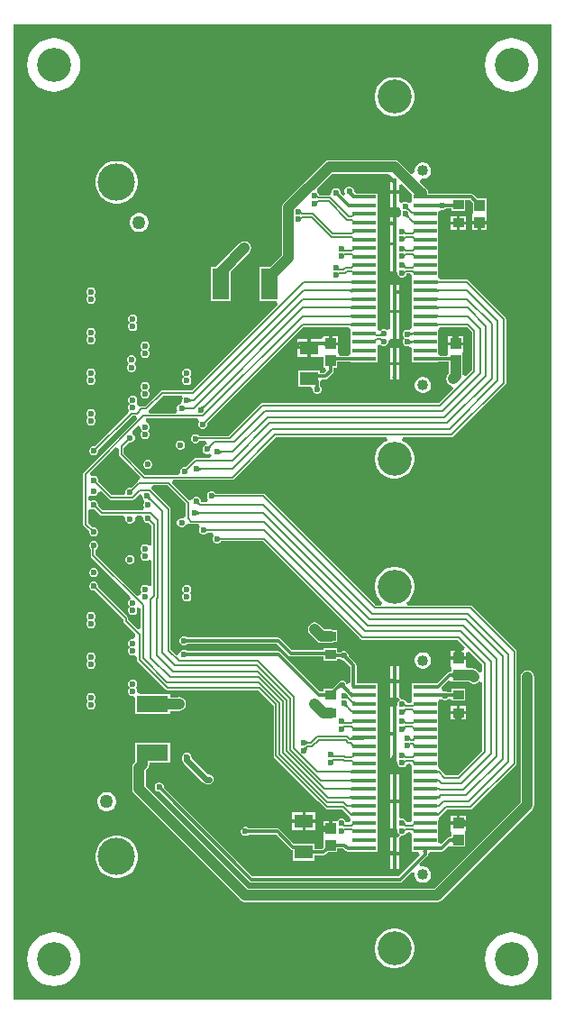
<source format=gbr>
%TF.GenerationSoftware,Altium Limited,Altium Designer,21.5.1 (32)*%
G04 Layer_Physical_Order=1*
G04 Layer_Color=152*
%FSLAX45Y45*%
%MOMM*%
%TF.SameCoordinates,51D5493F-A844-4614-94AE-4B196E198A34*%
%TF.FilePolarity,Positive*%
%TF.FileFunction,Copper,L1,Top,Signal*%
%TF.Part,Single*%
G01*
G75*
%TA.AperFunction,SMDPad,CuDef*%
%ADD10R,1.80000X1.30000*%
%ADD11R,5.80009X6.19989*%
%ADD12R,1.59995X2.99999*%
%ADD13R,1.00000X1.00000*%
%ADD14R,2.27000X0.40996*%
%ADD15R,0.43002X2.54000*%
%ADD16R,0.43002X4.70002*%
%ADD17R,1.00000X0.90000*%
%ADD18R,6.19989X5.80009*%
%ADD19R,2.99999X1.59995*%
%TA.AperFunction,Conductor*%
%ADD20C,0.30000*%
%ADD21C,1.00000*%
%ADD22C,0.20000*%
%ADD23C,0.60000*%
%ADD24C,0.50000*%
%TA.AperFunction,WasherPad*%
%ADD25C,3.50000*%
%TA.AperFunction,ComponentPad*%
%ADD26C,1.27000*%
%ADD27C,3.19989*%
%ADD28C,1.02006*%
%ADD29C,3.20000*%
%TA.AperFunction,ViaPad*%
%ADD30C,0.60000*%
G36*
X5079609Y20391D02*
X20391D01*
Y9179609D01*
X5079609D01*
Y20391D01*
D02*
G37*
%LPC*%
G36*
X4700000Y9051209D02*
X4650991Y9046382D01*
X4603866Y9032087D01*
X4560435Y9008873D01*
X4522368Y8977632D01*
X4491127Y8939565D01*
X4467913Y8896134D01*
X4453617Y8849008D01*
X4448790Y8800000D01*
X4453617Y8750991D01*
X4467913Y8703866D01*
X4491127Y8660435D01*
X4522368Y8622368D01*
X4560435Y8591127D01*
X4603866Y8567913D01*
X4650991Y8553617D01*
X4700000Y8548790D01*
X4749009Y8553617D01*
X4796134Y8567913D01*
X4839565Y8591127D01*
X4877632Y8622368D01*
X4908873Y8660435D01*
X4932087Y8703866D01*
X4946383Y8750991D01*
X4951210Y8800000D01*
X4946383Y8849008D01*
X4932087Y8896134D01*
X4908873Y8939565D01*
X4877632Y8977632D01*
X4839565Y9008873D01*
X4796134Y9032087D01*
X4749009Y9046382D01*
X4700000Y9051209D01*
D02*
G37*
G36*
X400000D02*
X350991Y9046382D01*
X303866Y9032087D01*
X260435Y9008873D01*
X222368Y8977632D01*
X191127Y8939565D01*
X167913Y8896134D01*
X153617Y8849008D01*
X148790Y8800000D01*
X153617Y8750991D01*
X167913Y8703866D01*
X191127Y8660435D01*
X222368Y8622368D01*
X260435Y8591127D01*
X303866Y8567913D01*
X350991Y8553617D01*
X400000Y8548790D01*
X449008Y8553617D01*
X496134Y8567913D01*
X539565Y8591127D01*
X577632Y8622368D01*
X608873Y8660435D01*
X632087Y8703866D01*
X646383Y8750991D01*
X651210Y8800000D01*
X646383Y8849008D01*
X632087Y8896134D01*
X608873Y8939565D01*
X577632Y8977632D01*
X539565Y9008873D01*
X496134Y9032087D01*
X449008Y9046382D01*
X400000Y9051209D01*
D02*
G37*
G36*
X3618220Y8684995D02*
X3581779D01*
X3546039Y8677885D01*
X3512372Y8663940D01*
X3482073Y8643695D01*
X3456305Y8617927D01*
X3436060Y8587628D01*
X3422115Y8553961D01*
X3415005Y8518220D01*
Y8481780D01*
X3422115Y8446039D01*
X3436060Y8412372D01*
X3456305Y8382073D01*
X3482073Y8356305D01*
X3512372Y8336060D01*
X3546039Y8322115D01*
X3581779Y8315005D01*
X3618220D01*
X3653961Y8322115D01*
X3687628Y8336060D01*
X3717927Y8356305D01*
X3743695Y8382073D01*
X3763940Y8412372D01*
X3777885Y8446039D01*
X3784994Y8481780D01*
Y8518220D01*
X3777885Y8553961D01*
X3763940Y8587628D01*
X3743695Y8617927D01*
X3717927Y8643695D01*
X3687628Y8663940D01*
X3653961Y8677885D01*
X3618220Y8684995D01*
D02*
G37*
G36*
X1009698Y7898000D02*
X970302D01*
X931662Y7890314D01*
X895265Y7875238D01*
X862508Y7853350D01*
X834650Y7825493D01*
X812762Y7792735D01*
X797686Y7756338D01*
X790000Y7717698D01*
Y7678302D01*
X797686Y7639662D01*
X812762Y7603265D01*
X834650Y7570508D01*
X862508Y7542650D01*
X895265Y7520762D01*
X931662Y7505686D01*
X970302Y7498000D01*
X1009698D01*
X1048338Y7505686D01*
X1084735Y7520762D01*
X1117493Y7542650D01*
X1145350Y7570508D01*
X1167238Y7603265D01*
X1182314Y7639662D01*
X1190000Y7678302D01*
Y7717698D01*
X1182314Y7756338D01*
X1167238Y7792735D01*
X1145350Y7825493D01*
X1117493Y7853350D01*
X1084735Y7875238D01*
X1048338Y7890314D01*
X1009698Y7898000D01*
D02*
G37*
G36*
X3600973Y7906628D02*
X2988903D01*
X2964438Y7901762D01*
X2943698Y7887904D01*
X2562096Y7506301D01*
X2548238Y7485562D01*
X2543372Y7461097D01*
Y7016281D01*
X2430787Y6903696D01*
X2335801D01*
Y6578297D01*
X2489232D01*
X2501658Y6548297D01*
X1695960Y5742598D01*
X1418449D01*
X1409592Y5740837D01*
X1402083Y5735819D01*
X1259408Y5593145D01*
X1222824D01*
X1213967Y5591383D01*
X1187090Y5601442D01*
X1178199Y5628163D01*
X1184700Y5643856D01*
Y5660843D01*
X1178199Y5676537D01*
X1166187Y5688549D01*
X1150493Y5695050D01*
X1133506D01*
X1117812Y5688549D01*
X1105801Y5676537D01*
X1099300Y5660843D01*
Y5643856D01*
X1105801Y5628162D01*
X1117665Y5616000D01*
X1105800Y5603837D01*
X1099300Y5588144D01*
Y5571156D01*
X1105801Y5555463D01*
X1094053Y5524784D01*
X784536Y5215268D01*
X783493Y5215700D01*
X766506D01*
X750813Y5209199D01*
X738801Y5197187D01*
X732300Y5181494D01*
Y5164507D01*
X738801Y5148813D01*
X750813Y5136801D01*
X766506Y5130300D01*
X783493D01*
X799187Y5136801D01*
X811199Y5148813D01*
X817700Y5164507D01*
Y5181494D01*
X817268Y5182536D01*
X1138537Y5503805D01*
X1168647D01*
X1181993Y5474725D01*
X683634Y4976366D01*
X678617Y4968857D01*
X676855Y4960000D01*
Y4486000D01*
X678617Y4477143D01*
X683634Y4469634D01*
X732732Y4420536D01*
X732300Y4419494D01*
Y4402507D01*
X738801Y4386813D01*
X750813Y4374801D01*
X766506Y4368300D01*
X783493D01*
X799187Y4374801D01*
X811199Y4386813D01*
X817700Y4402507D01*
Y4419494D01*
X811199Y4435187D01*
X799187Y4447199D01*
X783493Y4453700D01*
X766506D01*
X765464Y4453268D01*
X723145Y4495587D01*
Y4614042D01*
X740957Y4623543D01*
X753145Y4627835D01*
X766506Y4622300D01*
X783493D01*
X784536Y4622732D01*
X832934Y4574334D01*
X840443Y4569317D01*
X849300Y4567555D01*
X1051795D01*
X1074300Y4543493D01*
Y4526506D01*
X1080801Y4510812D01*
X1092812Y4498801D01*
X1108506Y4492300D01*
X1125493D01*
X1141187Y4498801D01*
X1153199Y4510812D01*
X1159700Y4526506D01*
Y4543493D01*
X1182205Y4567555D01*
X1216552D01*
X1240300Y4546493D01*
Y4529507D01*
X1246801Y4513813D01*
X1258813Y4501801D01*
X1274506Y4495300D01*
X1291493D01*
X1292536Y4495732D01*
X1319555Y4468713D01*
Y4293378D01*
X1311512Y4288988D01*
X1289555Y4284181D01*
X1282187Y4291549D01*
X1266494Y4298050D01*
X1249507D01*
X1233813Y4291549D01*
X1221801Y4279537D01*
X1215300Y4263843D01*
Y4246856D01*
X1221801Y4231162D01*
X1233665Y4219000D01*
X1221801Y4206837D01*
X1215300Y4191144D01*
Y4174156D01*
X1221801Y4158463D01*
X1233813Y4146451D01*
X1249507Y4139950D01*
X1266494D01*
X1282187Y4146451D01*
X1289555Y4153819D01*
X1311512Y4149012D01*
X1319555Y4144622D01*
Y3912378D01*
X1311512Y3907988D01*
X1289555Y3903181D01*
X1282187Y3910549D01*
X1266494Y3917050D01*
X1249507D01*
X1233813Y3910549D01*
X1221801Y3898537D01*
X1215300Y3882843D01*
Y3865856D01*
X1221801Y3850162D01*
X1224719Y3847171D01*
X1212506Y3818540D01*
X1184199Y3812411D01*
X792445Y4204165D01*
Y4245008D01*
X799187Y4247801D01*
X811199Y4259813D01*
X817700Y4275507D01*
Y4292494D01*
X811199Y4308187D01*
X799187Y4320199D01*
X783493Y4326700D01*
X766506D01*
X750813Y4320199D01*
X738801Y4308187D01*
X732300Y4292494D01*
Y4275507D01*
X738801Y4259813D01*
X746155Y4252458D01*
Y4194579D01*
X747917Y4185721D01*
X752934Y4178213D01*
X1115913Y3815234D01*
X1117812Y3783549D01*
X1105801Y3771537D01*
X1099300Y3755843D01*
Y3738856D01*
X1105801Y3723162D01*
X1117665Y3711000D01*
X1105800Y3698837D01*
X1099300Y3683144D01*
Y3666156D01*
X1105801Y3650463D01*
X1117812Y3638451D01*
X1133506Y3631950D01*
X1150493D01*
X1166187Y3638451D01*
X1178199Y3650463D01*
X1184700Y3666156D01*
Y3683144D01*
X1180632Y3692963D01*
X1184754Y3701969D01*
X1214754Y3695430D01*
Y3507175D01*
X1187038Y3495694D01*
X1098145Y3584587D01*
Y3603000D01*
X1096383Y3611857D01*
X1091366Y3619366D01*
X817268Y3893464D01*
X817700Y3894507D01*
Y3911494D01*
X811199Y3927187D01*
X799187Y3939199D01*
X783493Y3945700D01*
X766506D01*
X750813Y3939199D01*
X738801Y3927187D01*
X732300Y3911494D01*
Y3894507D01*
X738801Y3878813D01*
X750813Y3866801D01*
X766506Y3860300D01*
X783493D01*
X784536Y3860732D01*
X1051855Y3593413D01*
Y3575000D01*
X1053617Y3566143D01*
X1058634Y3558634D01*
X1166014Y3451254D01*
X1164053Y3435602D01*
X1150493Y3409050D01*
X1133506D01*
X1117812Y3402549D01*
X1105801Y3390537D01*
X1099300Y3374843D01*
Y3357856D01*
X1105801Y3342162D01*
X1117665Y3330000D01*
X1105800Y3317837D01*
X1099300Y3302144D01*
Y3285156D01*
X1105801Y3269463D01*
X1117812Y3257451D01*
X1133506Y3250950D01*
X1150493D01*
X1152054Y3251596D01*
X1181945Y3234184D01*
X1182054Y3234023D01*
Y3212431D01*
X1183816Y3203574D01*
X1188833Y3196066D01*
X1451264Y2933634D01*
X1458773Y2928617D01*
X1467630Y2926855D01*
X2320612D01*
X2463708Y2783759D01*
Y2313070D01*
X2465470Y2304212D01*
X2470487Y2296704D01*
X2881656Y1885535D01*
X2881891Y1885378D01*
X2954989Y1812280D01*
X2962498Y1807263D01*
X2971355Y1805501D01*
X3106752D01*
X3168623Y1743630D01*
X3176131Y1738613D01*
X3176172Y1738605D01*
X3186249Y1715583D01*
X3186983Y1711811D01*
X3187181Y1709651D01*
X3187032Y1700608D01*
X3172282Y1685858D01*
X3162998Y1685542D01*
X3140464Y1690248D01*
X3136199Y1700543D01*
X3124188Y1712555D01*
X3108494Y1719056D01*
X3091507D01*
X3075813Y1712555D01*
X3063801Y1700543D01*
X3063576Y1700000D01*
X3015000D01*
Y1630000D01*
X3000000D01*
Y1615000D01*
X2950412D01*
X2950305Y1580305D01*
X2949805Y1584831D01*
X2948305Y1588882D01*
X2945805Y1592455D01*
X2942305Y1595552D01*
X2937805Y1598173D01*
X2932305Y1600317D01*
X2930000Y1600908D01*
Y1560000D01*
X2930782D01*
X2937300Y1532700D01*
X2937300Y1530000D01*
Y1447242D01*
X2923301Y1433243D01*
X2852700D01*
Y1482700D01*
X2702731D01*
X2700000Y1483243D01*
X2699998Y1483243D01*
X2656699D01*
X2519971Y1619971D01*
X2510808Y1626093D01*
X2500000Y1628243D01*
X2499999Y1628243D01*
X2232144D01*
X2224187Y1636199D01*
X2208493Y1642700D01*
X2191506D01*
X2175813Y1636199D01*
X2163801Y1624188D01*
X2157300Y1608494D01*
Y1591507D01*
X2163801Y1575813D01*
X2175813Y1563801D01*
X2191506Y1557300D01*
X2208493D01*
X2224187Y1563801D01*
X2232144Y1571757D01*
X2488301D01*
X2625029Y1435030D01*
X2625029Y1435029D01*
X2634192Y1428907D01*
X2645000Y1426757D01*
X2647300D01*
Y1327300D01*
X2852700D01*
Y1376757D01*
X2934999D01*
X2935000Y1376757D01*
X2945808Y1378907D01*
X2954971Y1385029D01*
X2977242Y1407300D01*
X3062700D01*
Y1441757D01*
X3118301D01*
X3140022Y1420037D01*
X3140023Y1420036D01*
X3149185Y1413914D01*
X3159993Y1411764D01*
X3187288D01*
Y1406809D01*
X3439688D01*
X3439688Y1473204D01*
X3439688Y1503205D01*
X3439688Y1553189D01*
X3439688Y1583189D01*
Y1633198D01*
X3439689D01*
Y1646814D01*
X3439688D01*
X3439688Y1713209D01*
X3439688Y1743209D01*
Y1793193D01*
X3439689Y1793193D01*
Y1806808D01*
X3439688D01*
X3439688Y1823193D01*
Y1873203D01*
X3439689D01*
Y1886793D01*
X3439688D01*
Y1953188D01*
X3439689D01*
Y1966803D01*
X3439688D01*
Y2033198D01*
X3439689D01*
Y2046813D01*
X3439688D01*
Y2113208D01*
X3439689D01*
Y2126798D01*
X3439688D01*
X3439688Y2193193D01*
X3439688Y2223193D01*
Y2273202D01*
X3439689D01*
Y2286792D01*
X3439688D01*
X3439688Y2353187D01*
X3439688Y2383188D01*
Y2433197D01*
X3439689D01*
Y2446812D01*
X3439688D01*
X3439688Y2513207D01*
X3439688Y2543208D01*
Y2593191D01*
X3439689D01*
Y2606807D01*
X3439688D01*
X3439688Y2673202D01*
X3439688Y2703202D01*
Y2736801D01*
X3439688Y2753186D01*
X3439689D01*
Y2766801D01*
X3439688D01*
Y2816811D01*
X3439688Y2833196D01*
X3439689D01*
Y2846811D01*
X3439688D01*
Y2896796D01*
X3439688Y2913206D01*
X3439689D01*
Y2926796D01*
X3439688D01*
Y2993191D01*
X3243231D01*
Y3160012D01*
X3241081Y3170820D01*
X3234959Y3179983D01*
X3234958Y3179983D01*
X3167700Y3247242D01*
Y3258494D01*
X3161199Y3274188D01*
X3149188Y3286199D01*
X3133494Y3292700D01*
X3116507D01*
X3100813Y3286199D01*
X3092856Y3278243D01*
X3062700D01*
Y3322700D01*
X2937300D01*
Y3303243D01*
X2636699D01*
X2527971Y3411971D01*
X2518809Y3418093D01*
X2508000Y3420243D01*
X2507999Y3420243D01*
X1657143D01*
X1649187Y3428199D01*
X1633493Y3434700D01*
X1616506D01*
X1600812Y3428199D01*
X1588801Y3416187D01*
X1582300Y3400493D01*
Y3383506D01*
X1588801Y3367812D01*
X1600812Y3355801D01*
X1616506Y3349300D01*
X1633493D01*
X1649187Y3355801D01*
X1657143Y3363757D01*
X2496302D01*
X2605029Y3255030D01*
X2605029Y3255029D01*
X2614192Y3248907D01*
X2625000Y3246757D01*
X2625001Y3246757D01*
X2937300D01*
Y3207300D01*
X3062700D01*
Y3221757D01*
X3092856D01*
X3100813Y3213801D01*
X3116507Y3207300D01*
X3127759D01*
X3186745Y3148313D01*
Y3004477D01*
X3172346Y2987650D01*
X3156745Y2979724D01*
X3152820Y2980831D01*
X3146925Y2995061D01*
X3134914Y3007072D01*
X3119220Y3013573D01*
X3102233D01*
X3086539Y3007072D01*
X3076772Y2997306D01*
X3075066Y2996966D01*
X3065903Y2990844D01*
X3052416Y2977357D01*
X3049082Y2974636D01*
X3048367Y2973308D01*
X3017759Y2942700D01*
X2937300D01*
Y2913243D01*
X2901699D01*
X2529971Y3284971D01*
X2520809Y3291093D01*
X2510000Y3293243D01*
X2509999Y3293243D01*
X1657143D01*
X1649187Y3301199D01*
X1633493Y3307700D01*
X1616506D01*
X1600812Y3301199D01*
X1588801Y3289187D01*
X1582300Y3273493D01*
Y3267859D01*
X1553059Y3254673D01*
X1498145Y3309587D01*
Y4624528D01*
X1496383Y4633386D01*
X1491366Y4640894D01*
X1313195Y4819066D01*
X1326566Y4846212D01*
X1331029Y4851855D01*
X1465413D01*
X1639355Y4677913D01*
Y4560228D01*
X1609355Y4542343D01*
X1608494Y4542700D01*
X1591507D01*
X1575813Y4536199D01*
X1563801Y4524187D01*
X1557300Y4508493D01*
Y4491506D01*
X1563801Y4475812D01*
X1575813Y4463801D01*
X1591507Y4457300D01*
X1608494D01*
X1624188Y4463801D01*
X1636199Y4475812D01*
X1639957Y4484885D01*
X1661763Y4493452D01*
X1672700Y4494569D01*
X1673635Y4493634D01*
X1681143Y4488617D01*
X1690000Y4486855D01*
X1759025D01*
X1771452Y4456855D01*
X1768784Y4454187D01*
X1762283Y4438493D01*
Y4421506D01*
X1768784Y4405812D01*
X1780796Y4393801D01*
X1796490Y4387300D01*
X1813477D01*
X1829171Y4393801D01*
X1841182Y4405812D01*
X1841614Y4406855D01*
X1890652D01*
X1901881Y4376855D01*
X1897810Y4372784D01*
X1891309Y4357090D01*
Y4340103D01*
X1897810Y4324409D01*
X1909822Y4312397D01*
X1925516Y4305896D01*
X1942503D01*
X1958196Y4312397D01*
X1970208Y4324409D01*
X1971221Y4326855D01*
X2365414D01*
X3283635Y3408634D01*
X3291143Y3403617D01*
X3300001Y3401855D01*
X4190414D01*
X4262269Y3330000D01*
X4249843Y3300000D01*
X4248349Y3300000D01*
X4228338D01*
X4228951Y3297695D01*
X4231174Y3292195D01*
X4233890Y3287695D01*
X4237100Y3284195D01*
X4240805Y3281695D01*
X4245003Y3280195D01*
X4249695Y3279695D01*
X4215000D01*
Y3245000D01*
X4270000D01*
Y3278351D01*
X4270000Y3279843D01*
X4300000Y3292269D01*
X4426856Y3165413D01*
Y3101833D01*
X4396856Y3092733D01*
X4395204Y3095204D01*
X4375204Y3115204D01*
X4354464Y3129062D01*
X4330000Y3133928D01*
X4279483D01*
X4270000Y3160000D01*
X4270000Y3163928D01*
Y3215000D01*
X4130000D01*
Y3160000D01*
X4130782D01*
X4137300Y3132700D01*
X4137300Y3130000D01*
Y3104929D01*
X4134715Y3103553D01*
X4130623Y3101649D01*
X4127048Y3100260D01*
X4124049Y3099361D01*
X4121695Y3098902D01*
X4119023Y3098712D01*
X4116822Y3097611D01*
X4109192Y3096093D01*
X4100029Y3089971D01*
X4100029Y3089970D01*
X4003250Y2993191D01*
X3760312D01*
X3760312Y2926796D01*
X3760312Y2896795D01*
X3760312Y2846811D01*
X3760312Y2820852D01*
X3745306Y2805846D01*
X3736022Y2805529D01*
X3713488Y2810235D01*
X3709223Y2820531D01*
X3697212Y2832543D01*
X3681518Y2839044D01*
X3664531Y2839044D01*
X3659779Y2841572D01*
X3641502Y2861976D01*
X3641501Y2887396D01*
X3641501Y2887397D01*
X3641501Y2887469D01*
Y2991501D01*
X3615000D01*
Y2859501D01*
X3636597Y2859500D01*
X3648817Y2832584D01*
X3648830Y2832537D01*
X3636825Y2820531D01*
X3630324Y2804837D01*
Y2787850D01*
X3620068Y2772501D01*
X3615000D01*
Y2517500D01*
Y2289005D01*
X3621196Y2282804D01*
X3616960Y2282592D01*
X3615000Y2282297D01*
Y2262499D01*
X3623394D01*
X3630324Y2252128D01*
Y2235141D01*
X3636825Y2219447D01*
X3648837Y2207436D01*
X3664531Y2200935D01*
X3681518D01*
X3697212Y2207436D01*
X3709223Y2219447D01*
X3713488Y2229743D01*
X3736021Y2234449D01*
X3745306Y2234132D01*
X3760312Y2219127D01*
Y2206807D01*
X3760312Y2176807D01*
X3760312Y2126797D01*
X3760312Y2096797D01*
X3760312Y2046813D01*
X3760312Y2016812D01*
Y1966803D01*
X3760312D01*
Y1953188D01*
X3760312D01*
X3760312Y1886793D01*
X3760312Y1856792D01*
X3760312Y1806808D01*
X3760312Y1776808D01*
X3760312Y1726798D01*
X3760312Y1700864D01*
X3745306Y1685858D01*
X3736022Y1685542D01*
X3713488Y1690248D01*
X3709223Y1700543D01*
X3697212Y1712555D01*
X3681518Y1719056D01*
X3664531D01*
X3641501Y1741989D01*
Y1867500D01*
X3615000D01*
Y1627499D01*
X3620068D01*
X3630324Y1612149D01*
Y1595163D01*
X3636825Y1579469D01*
X3648830Y1567463D01*
X3648818Y1567417D01*
X3636597Y1540500D01*
X3615000Y1540499D01*
Y1408499D01*
X3641501D01*
Y1512530D01*
X3641501Y1512603D01*
X3641501Y1512604D01*
X3641502Y1538024D01*
X3659779Y1558428D01*
X3664531Y1560956D01*
X3681518Y1560956D01*
X3697212Y1567457D01*
X3709223Y1579469D01*
X3713488Y1589765D01*
X3736021Y1594471D01*
X3745306Y1594154D01*
X3760312Y1579148D01*
Y1566803D01*
X3760312Y1536803D01*
X3760312Y1486793D01*
X3760312Y1456793D01*
Y1406809D01*
X3824441D01*
X3836867Y1376809D01*
X3638301Y1178243D01*
X2266699D01*
X1431700Y2013242D01*
Y2024494D01*
X1425199Y2040187D01*
X1413187Y2052199D01*
X1397493Y2058700D01*
X1380506D01*
X1364812Y2052199D01*
X1352801Y2040187D01*
X1346300Y2024494D01*
Y2007507D01*
X1352801Y1991813D01*
X1364812Y1979801D01*
X1380506Y1973300D01*
X1391758D01*
X2235029Y1130029D01*
X2244192Y1123907D01*
X2255000Y1121757D01*
X2255001Y1121757D01*
X3649999D01*
X3650000Y1121757D01*
X3660808Y1123907D01*
X3669971Y1130029D01*
X3765288Y1225346D01*
X3792185Y1209817D01*
X3790494Y1203506D01*
Y1183493D01*
X3795673Y1164163D01*
X3805679Y1146833D01*
X3819830Y1132682D01*
X3837161Y1122676D01*
X3856491Y1117496D01*
X3876503D01*
X3895833Y1122676D01*
X3913164Y1132682D01*
X3927315Y1146833D01*
X3937321Y1164163D01*
X3942500Y1183493D01*
Y1203506D01*
X3937321Y1222836D01*
X3927315Y1240166D01*
X3913164Y1254317D01*
X3895833Y1264323D01*
X3876503Y1269503D01*
X3856491D01*
X3850179Y1267812D01*
X3834650Y1294709D01*
X3906483Y1366541D01*
X3912605Y1375704D01*
X3914755Y1386512D01*
X3934528Y1406809D01*
X3995529D01*
X3995709Y1406661D01*
X3998221Y1406683D01*
X3999707Y1406067D01*
X4012712Y1406808D01*
X4039514Y1411763D01*
X4050322Y1413914D01*
X4059485Y1420036D01*
X4107300Y1467851D01*
X4137300Y1457300D01*
Y1457300D01*
X4262700D01*
Y1580000D01*
X4262700Y1582700D01*
X4269218Y1610000D01*
X4270000D01*
Y1651662D01*
X4267695Y1651049D01*
X4262195Y1648827D01*
X4257695Y1646110D01*
X4254195Y1642900D01*
X4251695Y1639195D01*
X4250195Y1634997D01*
X4249695Y1630305D01*
Y1665000D01*
X4200000D01*
X4130000D01*
Y1610000D01*
X4130782D01*
X4137300Y1582700D01*
X4137300Y1580000D01*
Y1552114D01*
X4136940Y1551454D01*
X4136903Y1551108D01*
X4136857Y1551080D01*
X4135332Y1550462D01*
X4132865Y1549805D01*
X4129496Y1549249D01*
X4125286Y1548881D01*
X4119947Y1548742D01*
X4118275Y1547998D01*
X4108700Y1546093D01*
X4099537Y1539971D01*
X4099537Y1539970D01*
X4040133Y1480567D01*
X4012849Y1495497D01*
X4012712Y1496039D01*
X4012712Y1503205D01*
X4012712Y1553189D01*
X4012712Y1583189D01*
Y1633198D01*
X4012713D01*
Y1646814D01*
X4012712D01*
X4012712Y1706570D01*
X4012715Y1708518D01*
X4013016Y1711803D01*
X4013751Y1715581D01*
X4023828Y1738605D01*
X4023869Y1738613D01*
X4031378Y1743630D01*
X4093249Y1805501D01*
X4317552D01*
X4326410Y1807263D01*
X4333918Y1812280D01*
X4741366Y2219727D01*
X4746383Y2227236D01*
X4748144Y2236093D01*
Y3288908D01*
X4746383Y3297765D01*
X4741365Y3305273D01*
X4330274Y3716365D01*
X4322765Y3721382D01*
X4313908Y3723144D01*
X3722297D01*
X3713197Y3753144D01*
X3717927Y3756305D01*
X3743695Y3782073D01*
X3763940Y3812372D01*
X3777886Y3846039D01*
X3784995Y3881779D01*
Y3918220D01*
X3777886Y3953961D01*
X3763940Y3987628D01*
X3743695Y4017927D01*
X3717927Y4043694D01*
X3687628Y4063940D01*
X3653961Y4077885D01*
X3618221Y4084994D01*
X3581780D01*
X3546039Y4077885D01*
X3512372Y4063940D01*
X3482073Y4043694D01*
X3456306Y4017927D01*
X3436060Y3987628D01*
X3422115Y3953961D01*
X3415006Y3918220D01*
Y3881779D01*
X3422115Y3846039D01*
X3436060Y3812372D01*
X3456306Y3782073D01*
X3482073Y3756305D01*
X3486804Y3753144D01*
X3477703Y3723144D01*
X3423495D01*
X2380274Y4766365D01*
X2372766Y4771382D01*
X2363908Y4773144D01*
X1918395D01*
X1917508Y4775286D01*
X1905497Y4787297D01*
X1889803Y4793798D01*
X1872816D01*
X1857122Y4787297D01*
X1845110Y4775286D01*
X1838609Y4759592D01*
Y4742605D01*
X1845110Y4726911D01*
X1848877Y4723144D01*
X1837217Y4693144D01*
X1782700D01*
Y4708494D01*
X1776199Y4724187D01*
X1764187Y4736199D01*
X1748494Y4742700D01*
X1731507D01*
X1715813Y4736199D01*
X1703801Y4724187D01*
X1702617Y4721330D01*
X1700535Y4719799D01*
X1670115Y4713262D01*
X1669332Y4713400D01*
X1510876Y4871855D01*
X1523303Y4901855D01*
X2075000D01*
X2083857Y4903617D01*
X2091365Y4908634D01*
X2484587Y5301856D01*
X3525514D01*
X3531482Y5271856D01*
X3512372Y5263940D01*
X3482073Y5243695D01*
X3456305Y5217927D01*
X3436060Y5187628D01*
X3422115Y5153961D01*
X3415005Y5118221D01*
Y5081780D01*
X3422115Y5046039D01*
X3436060Y5012373D01*
X3456305Y4982073D01*
X3482073Y4956306D01*
X3512372Y4936060D01*
X3546039Y4922115D01*
X3581779Y4915006D01*
X3618220D01*
X3653961Y4922115D01*
X3687628Y4936060D01*
X3717927Y4956306D01*
X3743695Y4982073D01*
X3763940Y5012373D01*
X3777885Y5046039D01*
X3784994Y5081780D01*
Y5118221D01*
X3777885Y5153961D01*
X3763940Y5187628D01*
X3743695Y5217927D01*
X3717927Y5243695D01*
X3687628Y5263940D01*
X3668518Y5271856D01*
X3674485Y5301856D01*
X4138907D01*
X4147765Y5303618D01*
X4155273Y5308635D01*
X4641365Y5794727D01*
X4646382Y5802236D01*
X4648144Y5811093D01*
Y6413908D01*
X4646382Y6422765D01*
X4641365Y6430273D01*
X4295278Y6776361D01*
X4287769Y6781378D01*
X4278912Y6783140D01*
X4028000D01*
X4014866Y6803472D01*
X4012818Y6811251D01*
X4012761Y6811659D01*
X4012712Y6812666D01*
X4012712Y6823193D01*
Y6873202D01*
X4012712D01*
Y6886792D01*
X4012712D01*
Y6953187D01*
X4012712D01*
Y6966802D01*
X4012712D01*
Y7033197D01*
X4012712D01*
Y7046812D01*
X4012712D01*
Y7113207D01*
X4012712D01*
Y7126797D01*
X4012712D01*
Y7193192D01*
X4012712D01*
Y7206807D01*
X4012712D01*
X4012712Y7273202D01*
X4012712Y7303202D01*
Y7336801D01*
X4012712Y7353186D01*
X4012712D01*
Y7366802D01*
X4012712D01*
Y7418264D01*
X4040792Y7437833D01*
X4042056Y7437309D01*
X4059043D01*
X4074737Y7443810D01*
X4082694Y7451766D01*
X4137300D01*
Y7427300D01*
X4262700D01*
Y7531751D01*
X4308308D01*
X4337300Y7502758D01*
Y7420000D01*
X4337300Y7417300D01*
X4330782Y7390000D01*
X4330000D01*
Y7335000D01*
X4400001D01*
X4470000D01*
Y7390000D01*
X4469218D01*
X4462700Y7417300D01*
X4462700Y7420000D01*
Y7542700D01*
X4377242D01*
X4339977Y7579964D01*
X4330815Y7586086D01*
X4320007Y7588237D01*
X4320005Y7588236D01*
X4012712D01*
Y7593191D01*
X3920093D01*
X3917145Y7596784D01*
X3912279Y7621248D01*
X3898421Y7641988D01*
X3879353Y7654729D01*
X3837553Y7696528D01*
X3838208Y7704338D01*
X3856491Y7730497D01*
X3876503D01*
X3895833Y7735677D01*
X3913164Y7745683D01*
X3927314Y7759834D01*
X3937320Y7777164D01*
X3942500Y7796494D01*
Y7816507D01*
X3937320Y7835837D01*
X3927314Y7853167D01*
X3913164Y7867318D01*
X3895833Y7877324D01*
X3876503Y7882504D01*
X3856491D01*
X3837160Y7877324D01*
X3819830Y7867318D01*
X3805679Y7853167D01*
X3795673Y7835837D01*
X3790494Y7816507D01*
Y7796495D01*
X3764334Y7778212D01*
X3756525Y7777557D01*
X3646177Y7887904D01*
X3625438Y7901762D01*
X3600973Y7906628D01*
D02*
G37*
G36*
X4270000Y7380000D02*
X4215000D01*
Y7330000D01*
X4270000D01*
Y7380000D01*
D02*
G37*
G36*
X4185000D02*
X4130000D01*
Y7330000D01*
X4185000D01*
Y7380000D01*
D02*
G37*
G36*
X4470000Y7305000D02*
X4415001D01*
Y7250000D01*
X4470000D01*
Y7305000D01*
D02*
G37*
G36*
X4385001D02*
X4330000D01*
Y7250000D01*
X4385001D01*
Y7305000D01*
D02*
G37*
G36*
X4270000Y7300000D02*
X4215000D01*
Y7250000D01*
X4270000D01*
Y7300000D01*
D02*
G37*
G36*
X4185000D02*
X4130000D01*
Y7250000D01*
X4185000D01*
Y7300000D01*
D02*
G37*
G36*
X1211651Y7407570D02*
X1188349D01*
X1165840Y7401539D01*
X1145660Y7389888D01*
X1129182Y7373410D01*
X1117531Y7353230D01*
X1111500Y7330721D01*
Y7307419D01*
X1117531Y7284910D01*
X1129182Y7264730D01*
X1145660Y7248252D01*
X1165840Y7236601D01*
X1188349Y7230570D01*
X1211651D01*
X1234160Y7236601D01*
X1254340Y7248252D01*
X1270818Y7264730D01*
X1282469Y7284910D01*
X1288500Y7307419D01*
Y7330721D01*
X1282469Y7353230D01*
X1270818Y7373410D01*
X1254340Y7389888D01*
X1234160Y7401539D01*
X1211651Y7407570D01*
D02*
G37*
G36*
X2190000Y7143928D02*
X2165535Y7139062D01*
X2144796Y7125204D01*
X1929795Y6910203D01*
X1925447Y6903696D01*
X1878804D01*
Y6578297D01*
X2064199D01*
Y6863791D01*
X2235204Y7034796D01*
X2249062Y7055536D01*
X2253928Y7080000D01*
X2249062Y7104464D01*
X2235204Y7125204D01*
X2214464Y7139062D01*
X2190000Y7143928D01*
D02*
G37*
G36*
X758494Y6711050D02*
X741507D01*
X725813Y6704549D01*
X713801Y6692537D01*
X707300Y6676843D01*
Y6659856D01*
X713801Y6644162D01*
Y6619837D01*
X707300Y6604144D01*
Y6587156D01*
X713801Y6571463D01*
X725813Y6559451D01*
X741507Y6552950D01*
X758494D01*
X774187Y6559451D01*
X786199Y6571463D01*
X792700Y6587156D01*
Y6604144D01*
X786199Y6619837D01*
Y6644162D01*
X792700Y6659856D01*
Y6676843D01*
X786199Y6692537D01*
X774187Y6704549D01*
X758494Y6711050D01*
D02*
G37*
G36*
X1150493Y6457050D02*
X1133506D01*
X1117812Y6450549D01*
X1105801Y6438537D01*
X1099300Y6422843D01*
Y6405856D01*
X1105801Y6390162D01*
X1117665Y6378000D01*
X1105800Y6365837D01*
X1099300Y6350144D01*
Y6333156D01*
X1105801Y6317463D01*
X1117812Y6305451D01*
X1133506Y6298950D01*
X1150493D01*
X1166187Y6305451D01*
X1178199Y6317463D01*
X1184700Y6333156D01*
Y6350144D01*
X1178199Y6365837D01*
X1166335Y6378000D01*
X1178199Y6390163D01*
X1184700Y6405856D01*
Y6422843D01*
X1178199Y6438537D01*
X1166187Y6450549D01*
X1150493Y6457050D01*
D02*
G37*
G36*
X758494Y6330050D02*
X741507D01*
X725813Y6323549D01*
X713801Y6311537D01*
X707300Y6295843D01*
Y6278856D01*
X713801Y6263162D01*
Y6238837D01*
X707300Y6223144D01*
Y6206156D01*
X713801Y6190463D01*
X725813Y6178451D01*
X741507Y6171950D01*
X758494D01*
X774187Y6178451D01*
X786199Y6190463D01*
X792700Y6206156D01*
Y6223144D01*
X786199Y6238837D01*
Y6263162D01*
X792700Y6278856D01*
Y6295843D01*
X786199Y6311537D01*
X774187Y6323549D01*
X758494Y6330050D01*
D02*
G37*
G36*
X1266494Y6203050D02*
X1249507D01*
X1233813Y6196549D01*
X1221801Y6184537D01*
X1215300Y6168843D01*
Y6151856D01*
X1221801Y6136162D01*
X1233665Y6124000D01*
X1221801Y6111837D01*
X1215300Y6096144D01*
Y6079156D01*
X1221801Y6063463D01*
X1233813Y6051451D01*
X1249507Y6044950D01*
X1266494D01*
X1282187Y6051451D01*
X1294199Y6063463D01*
X1300700Y6079156D01*
Y6096144D01*
X1294199Y6111837D01*
X1282335Y6124000D01*
X1294199Y6136163D01*
X1300700Y6151856D01*
Y6168843D01*
X1294199Y6184537D01*
X1282187Y6196549D01*
X1266494Y6203050D01*
D02*
G37*
G36*
X1138494Y6072700D02*
X1121507D01*
X1105813Y6066199D01*
X1093801Y6054187D01*
X1087300Y6038493D01*
Y6021506D01*
X1093801Y6005812D01*
X1105665Y5993650D01*
X1093801Y5981487D01*
X1087300Y5965794D01*
Y5948806D01*
X1093801Y5933113D01*
X1105813Y5921101D01*
X1121507Y5914600D01*
X1138494D01*
X1154187Y5921101D01*
X1166199Y5933113D01*
X1172700Y5948806D01*
Y5965794D01*
X1166199Y5981487D01*
X1154335Y5993650D01*
X1166199Y6005813D01*
X1172700Y6021506D01*
Y6038493D01*
X1166199Y6054187D01*
X1154187Y6066199D01*
X1138494Y6072700D01*
D02*
G37*
G36*
X1658493Y5949050D02*
X1641506D01*
X1625812Y5942549D01*
X1613801Y5930537D01*
X1607300Y5914843D01*
Y5897856D01*
X1613801Y5882162D01*
X1625665Y5870000D01*
X1613800Y5857837D01*
X1607300Y5842144D01*
Y5825156D01*
X1613801Y5809463D01*
X1625812Y5797451D01*
X1641506Y5790950D01*
X1658493D01*
X1674187Y5797451D01*
X1686199Y5809463D01*
X1692700Y5825156D01*
Y5842144D01*
X1686199Y5857837D01*
X1674335Y5870000D01*
X1686199Y5882163D01*
X1692700Y5897856D01*
Y5914843D01*
X1686199Y5930537D01*
X1674187Y5942549D01*
X1658493Y5949050D01*
D02*
G37*
G36*
X758494D02*
X741507D01*
X725813Y5942549D01*
X713801Y5930537D01*
X707300Y5914843D01*
Y5897856D01*
X713801Y5882162D01*
Y5857837D01*
X707300Y5842144D01*
Y5825156D01*
X713801Y5809463D01*
X725813Y5797451D01*
X741507Y5790950D01*
X758494D01*
X774187Y5797451D01*
X786199Y5809463D01*
X792700Y5825156D01*
Y5842144D01*
X786199Y5857837D01*
Y5882162D01*
X792700Y5897856D01*
Y5914843D01*
X786199Y5930537D01*
X774187Y5942549D01*
X758494Y5949050D01*
D02*
G37*
G36*
X1266494Y5822050D02*
X1249507D01*
X1233813Y5815549D01*
X1221801Y5803537D01*
X1215300Y5787843D01*
Y5770856D01*
X1221801Y5755162D01*
X1233665Y5743000D01*
X1221801Y5730837D01*
X1215300Y5715144D01*
Y5698156D01*
X1221801Y5682463D01*
X1233813Y5670451D01*
X1249507Y5663950D01*
X1266494D01*
X1282187Y5670451D01*
X1294199Y5682463D01*
X1300700Y5698156D01*
Y5715144D01*
X1294199Y5730837D01*
X1282335Y5743000D01*
X1294199Y5755163D01*
X1300700Y5770856D01*
Y5787843D01*
X1294199Y5803537D01*
X1282187Y5815549D01*
X1266494Y5822050D01*
D02*
G37*
G36*
X758494Y5568050D02*
X741507D01*
X725813Y5561549D01*
X713801Y5549537D01*
X707300Y5533843D01*
Y5516856D01*
X713801Y5501162D01*
Y5476837D01*
X707300Y5461144D01*
Y5444156D01*
X713801Y5428463D01*
X725813Y5416451D01*
X741507Y5409950D01*
X758494D01*
X774187Y5416451D01*
X786199Y5428463D01*
X792700Y5444156D01*
Y5461144D01*
X786199Y5476837D01*
Y5501162D01*
X792700Y5516856D01*
Y5533843D01*
X786199Y5549537D01*
X774187Y5561549D01*
X758494Y5568050D01*
D02*
G37*
G36*
X1124743Y4197450D02*
X1107756D01*
X1092062Y4190949D01*
X1080051Y4178937D01*
X1073550Y4163243D01*
Y4146256D01*
X1080051Y4130562D01*
X1092062Y4118551D01*
X1107756Y4112050D01*
X1124743D01*
X1140437Y4118551D01*
X1152449Y4130562D01*
X1158950Y4146256D01*
Y4163243D01*
X1152449Y4178937D01*
X1140437Y4190949D01*
X1124743Y4197450D01*
D02*
G37*
G36*
X783493Y4072700D02*
X766506D01*
X750813Y4066199D01*
X738801Y4054187D01*
X732300Y4038494D01*
Y4021507D01*
X738801Y4005813D01*
X750813Y3993801D01*
X766506Y3987300D01*
X783493D01*
X799187Y3993801D01*
X811199Y4005813D01*
X817700Y4021507D01*
Y4038494D01*
X811199Y4054187D01*
X799187Y4066199D01*
X783493Y4072700D01*
D02*
G37*
G36*
X1658493Y3917050D02*
X1641506D01*
X1625812Y3910549D01*
X1613801Y3898537D01*
X1607300Y3882843D01*
Y3865856D01*
X1613801Y3850162D01*
X1625665Y3838000D01*
X1613800Y3825837D01*
X1607300Y3810144D01*
Y3793156D01*
X1613801Y3777463D01*
X1625812Y3765451D01*
X1641506Y3758950D01*
X1658493D01*
X1674187Y3765451D01*
X1686199Y3777463D01*
X1692700Y3793156D01*
Y3810144D01*
X1686199Y3825837D01*
X1674335Y3838000D01*
X1686199Y3850163D01*
X1692700Y3865856D01*
Y3882843D01*
X1686199Y3898537D01*
X1674187Y3910549D01*
X1658493Y3917050D01*
D02*
G37*
G36*
X758494Y3663050D02*
X741507D01*
X725813Y3656549D01*
X713801Y3644537D01*
X707300Y3628843D01*
Y3611856D01*
X713801Y3596162D01*
Y3571837D01*
X707300Y3556144D01*
Y3539156D01*
X713801Y3523463D01*
X725813Y3511451D01*
X741507Y3504950D01*
X758494D01*
X774187Y3511451D01*
X786199Y3523463D01*
X792700Y3539156D01*
Y3556144D01*
X786199Y3571837D01*
Y3596162D01*
X792700Y3611856D01*
Y3628843D01*
X786199Y3644537D01*
X774187Y3656549D01*
X758494Y3663050D01*
D02*
G37*
G36*
X2850000Y3563928D02*
X2825536Y3559062D01*
X2804796Y3545204D01*
X2790938Y3524464D01*
X2786072Y3500000D01*
X2790938Y3475536D01*
X2804796Y3454796D01*
X2869796Y3389796D01*
X2890536Y3375938D01*
X2915000Y3371072D01*
X3000000D01*
X3024464Y3375938D01*
X3026503Y3377300D01*
X3062700D01*
Y3428824D01*
X3063928Y3435000D01*
X3062700Y3441175D01*
Y3492700D01*
X3026503D01*
X3024464Y3494062D01*
X3000000Y3498928D01*
X2941480D01*
X2895204Y3545204D01*
X2874464Y3559062D01*
X2850000Y3563928D01*
D02*
G37*
G36*
X4171662Y3300000D02*
X4130000D01*
Y3245000D01*
X4185000D01*
Y3279695D01*
X4150305D01*
X4154997Y3280195D01*
X4159195Y3281695D01*
X4162899Y3284195D01*
X4166110Y3287695D01*
X4168826Y3292195D01*
X4171049Y3297695D01*
X4171662Y3300000D01*
D02*
G37*
G36*
X3876503Y3282503D02*
X3856491D01*
X3837161Y3277324D01*
X3819830Y3267318D01*
X3805679Y3253167D01*
X3795673Y3235837D01*
X3790494Y3216506D01*
Y3196494D01*
X3795673Y3177164D01*
X3805679Y3159833D01*
X3819830Y3145683D01*
X3837161Y3135677D01*
X3856491Y3130497D01*
X3876503D01*
X3895833Y3135677D01*
X3913164Y3145683D01*
X3927315Y3159833D01*
X3937321Y3177164D01*
X3942500Y3196494D01*
Y3216506D01*
X3937321Y3235837D01*
X3927315Y3253167D01*
X3913164Y3267318D01*
X3895833Y3277324D01*
X3876503Y3282503D01*
D02*
G37*
G36*
X758494Y3282050D02*
X741507D01*
X725813Y3275549D01*
X713801Y3263537D01*
X707300Y3247843D01*
Y3230856D01*
X713801Y3215162D01*
Y3190837D01*
X707300Y3175144D01*
Y3158156D01*
X713801Y3142463D01*
X725813Y3130451D01*
X741507Y3123950D01*
X758494D01*
X774187Y3130451D01*
X786199Y3142463D01*
X792700Y3158156D01*
Y3175144D01*
X786199Y3190837D01*
Y3215162D01*
X792700Y3230856D01*
Y3247843D01*
X786199Y3263537D01*
X774187Y3275549D01*
X758494Y3282050D01*
D02*
G37*
G36*
X3641501Y3153501D02*
X3615000D01*
Y3021501D01*
X3641501D01*
Y3153501D01*
D02*
G37*
G36*
X3585000D02*
X3558499D01*
Y3029450D01*
X3559998Y3029206D01*
X3564104Y3029890D01*
X3568004Y3030940D01*
X3571304Y3032290D01*
X3574004Y3033940D01*
X3576104Y3035890D01*
X3577604Y3038140D01*
X3578504Y3040690D01*
X3578804Y3043540D01*
Y3021501D01*
X3585000D01*
Y3153501D01*
D02*
G37*
G36*
Y2991501D02*
X3578804D01*
Y2983540D01*
X3578504Y2986390D01*
X3577604Y2988940D01*
X3576104Y2991190D01*
X3575770Y2991501D01*
X3558499D01*
Y2859501D01*
X3585000D01*
Y2991501D01*
D02*
G37*
G36*
X758494Y2901050D02*
X741507D01*
X725813Y2894549D01*
X713801Y2882537D01*
X707300Y2866843D01*
Y2849856D01*
X713801Y2834162D01*
Y2809837D01*
X707300Y2794144D01*
Y2777156D01*
X713801Y2761463D01*
X725813Y2749451D01*
X741507Y2742950D01*
X758494D01*
X774187Y2749451D01*
X786199Y2761463D01*
X792700Y2777156D01*
Y2794144D01*
X786199Y2809837D01*
Y2834162D01*
X792700Y2849856D01*
Y2866843D01*
X786199Y2882537D01*
X774187Y2894549D01*
X758494Y2901050D01*
D02*
G37*
G36*
X1150493Y3028050D02*
X1133506D01*
X1117812Y3021549D01*
X1105801Y3009537D01*
X1099300Y2993843D01*
Y2976856D01*
X1105801Y2961162D01*
X1117665Y2949000D01*
X1105800Y2936837D01*
X1099300Y2921144D01*
Y2904156D01*
X1105801Y2888463D01*
X1117812Y2876451D01*
X1133506Y2869950D01*
X1150493D01*
X1165329Y2860037D01*
Y2702911D01*
X1490728D01*
Y2731680D01*
X1570608D01*
X1595072Y2736546D01*
X1615812Y2750404D01*
X1620204Y2754796D01*
X1634062Y2775535D01*
X1638928Y2800000D01*
X1634062Y2824464D01*
X1620204Y2845204D01*
X1599464Y2859062D01*
X1575000Y2863928D01*
X1552919Y2859536D01*
X1490728D01*
Y2888305D01*
X1210606D01*
X1184700Y2904157D01*
Y2921144D01*
X1178199Y2936837D01*
X1166335Y2949000D01*
X1178199Y2961163D01*
X1184700Y2976856D01*
Y2993843D01*
X1178199Y3009537D01*
X1166187Y3021549D01*
X1150493Y3028050D01*
D02*
G37*
G36*
X3585000Y2772501D02*
X3558499D01*
Y2532500D01*
X3585000D01*
Y2772501D01*
D02*
G37*
G36*
Y2502500D02*
X3558499D01*
Y2284829D01*
X3560437Y2286299D01*
X3563635Y2289079D01*
X3572862Y2299985D01*
X3576256Y2304864D01*
X3578802Y2309318D01*
X3580499Y2313349D01*
X3581348Y2316955D01*
X3581348Y2320138D01*
X3580500Y2322896D01*
X3578804Y2325230D01*
X3585000Y2319029D01*
Y2502500D01*
D02*
G37*
G36*
Y2266975D02*
X3584793Y2266725D01*
X3583323Y2264591D01*
X3582108Y2262520D01*
X3582098Y2262499D01*
X3585000D01*
Y2266975D01*
D02*
G37*
G36*
X3558499Y2270773D02*
Y2262499D01*
X3568504D01*
X3558499Y2270773D01*
D02*
G37*
G36*
X1650000Y2343536D02*
X1645795Y2342700D01*
X1641506D01*
X1637545Y2341059D01*
X1633339Y2340222D01*
X1629774Y2337840D01*
X1625813Y2336199D01*
X1622781Y2333167D01*
X1619215Y2330785D01*
X1616833Y2327219D01*
X1613801Y2324187D01*
X1612160Y2320226D01*
X1609778Y2316661D01*
X1608941Y2312455D01*
X1607300Y2308493D01*
Y2304205D01*
X1606464Y2300000D01*
Y2272112D01*
X1609778Y2255451D01*
X1619215Y2241327D01*
X1801327Y2059215D01*
X1815451Y2049777D01*
X1832112Y2046464D01*
X1860000D01*
X1864205Y2047300D01*
X1868494D01*
X1872455Y2048941D01*
X1876661Y2049777D01*
X1880226Y2052160D01*
X1884187Y2053801D01*
X1887219Y2056833D01*
X1890785Y2059215D01*
X1893167Y2062781D01*
X1896199Y2065812D01*
X1897840Y2069774D01*
X1900223Y2073339D01*
X1901059Y2077545D01*
X1902700Y2081506D01*
Y2085795D01*
X1903536Y2090000D01*
X1902700Y2094205D01*
Y2098493D01*
X1901059Y2102455D01*
X1900223Y2106661D01*
X1897840Y2110226D01*
X1896199Y2114187D01*
X1893167Y2117219D01*
X1890785Y2120785D01*
X1887219Y2123167D01*
X1884187Y2126199D01*
X1880226Y2127840D01*
X1876661Y2130222D01*
X1872455Y2131059D01*
X1868494Y2132700D01*
X1864205D01*
X1860000Y2133536D01*
X1850145D01*
X1693536Y2290145D01*
Y2300000D01*
X1692700Y2304205D01*
Y2308493D01*
X1691059Y2312455D01*
X1690222Y2316661D01*
X1687840Y2320226D01*
X1686199Y2324187D01*
X1683167Y2327219D01*
X1680785Y2330785D01*
X1677219Y2333167D01*
X1674187Y2336199D01*
X1670226Y2337840D01*
X1666661Y2340222D01*
X1662455Y2341059D01*
X1658494Y2342700D01*
X1654205D01*
X1650000Y2343536D01*
D02*
G37*
G36*
X3641501Y2137501D02*
X3615463D01*
X3615386Y2136786D01*
X3615991Y2127996D01*
X3616549Y2124696D01*
X3617231Y2121996D01*
X3618036Y2119896D01*
X3618966Y2118396D01*
X3620019Y2117496D01*
X3621196Y2117196D01*
X3615000D01*
Y1897500D01*
X3641501D01*
Y2137501D01*
D02*
G37*
G36*
X3584520D02*
X3558499D01*
Y1897500D01*
X3585000D01*
Y2117196D01*
X3578804D01*
X3579981Y2117496D01*
X3581034Y2118396D01*
X3581964Y2119896D01*
X3582770Y2121996D01*
X3583451Y2124696D01*
X3584009Y2127996D01*
X3584442Y2131896D01*
X3584650Y2135921D01*
X3584520Y2137501D01*
D02*
G37*
G36*
X906851Y1969430D02*
X883549D01*
X861040Y1963399D01*
X840860Y1951748D01*
X824382Y1935270D01*
X812731Y1915090D01*
X806700Y1892581D01*
Y1869279D01*
X812731Y1846770D01*
X824382Y1826590D01*
X840860Y1810112D01*
X861040Y1798461D01*
X883549Y1792430D01*
X906851D01*
X929360Y1798461D01*
X949540Y1810112D01*
X966018Y1826590D01*
X977669Y1846770D01*
X983700Y1869279D01*
Y1892581D01*
X977669Y1915090D01*
X966018Y1935270D01*
X949540Y1951748D01*
X929360Y1963399D01*
X906851Y1969430D01*
D02*
G37*
G36*
X2860000Y1780000D02*
X2765000D01*
Y1710000D01*
X2860000D01*
Y1780000D01*
D02*
G37*
G36*
X2735000D02*
X2640000D01*
Y1710000D01*
X2735000D01*
Y1780000D01*
D02*
G37*
G36*
X4270000Y1750000D02*
X4215000D01*
Y1695000D01*
X4249695D01*
Y1729695D01*
X4250195Y1725003D01*
X4251695Y1720805D01*
X4254195Y1717101D01*
X4257695Y1713890D01*
X4262195Y1711174D01*
X4267695Y1708951D01*
X4270000Y1708338D01*
Y1750000D01*
D02*
G37*
G36*
X4185000D02*
X4130000D01*
Y1695000D01*
X4185000D01*
Y1750000D01*
D02*
G37*
G36*
X2985000Y1700000D02*
X2930000D01*
Y1657469D01*
X2932463Y1658129D01*
X2937995Y1660379D01*
X2942524Y1663129D01*
X2946050Y1666379D01*
X2948573Y1670129D01*
X2950093Y1674379D01*
X2950610Y1679129D01*
X2950505Y1645000D01*
X2985000D01*
Y1700000D01*
D02*
G37*
G36*
X3585000Y1867500D02*
X3558499D01*
Y1627499D01*
X3585000D01*
Y1867500D01*
D02*
G37*
G36*
X2860000Y1680000D02*
X2765000D01*
Y1610000D01*
X2860000D01*
Y1680000D01*
D02*
G37*
G36*
X2735000D02*
X2640000D01*
Y1610000D01*
X2735000D01*
Y1680000D01*
D02*
G37*
G36*
X3585000Y1540499D02*
X3558499D01*
Y1415502D01*
X3559604Y1415600D01*
X3564104Y1416350D01*
X3568004Y1417400D01*
X3571304Y1418750D01*
X3574004Y1420400D01*
X3576104Y1422350D01*
X3577604Y1424600D01*
X3578504Y1427150D01*
X3578804Y1430000D01*
Y1408499D01*
X3585000D01*
Y1540499D01*
D02*
G37*
G36*
Y1378499D02*
X3578804D01*
Y1370000D01*
X3578504Y1372850D01*
X3577604Y1375400D01*
X3576104Y1377650D01*
X3575189Y1378499D01*
X3558499D01*
Y1246499D01*
X3585000D01*
Y1378499D01*
D02*
G37*
G36*
X3641501D02*
X3615000D01*
Y1246499D01*
X3641501D01*
Y1378499D01*
D02*
G37*
G36*
X1009698Y1562000D02*
X970302D01*
X931662Y1554314D01*
X895265Y1539238D01*
X862508Y1517350D01*
X834650Y1489493D01*
X812762Y1456735D01*
X797686Y1420338D01*
X790000Y1381698D01*
Y1342302D01*
X797686Y1303662D01*
X812762Y1267265D01*
X834650Y1234508D01*
X862508Y1206650D01*
X895265Y1184762D01*
X931662Y1169686D01*
X970302Y1162000D01*
X1009698D01*
X1048338Y1169686D01*
X1084735Y1184762D01*
X1117493Y1206650D01*
X1145350Y1234508D01*
X1167238Y1267265D01*
X1182314Y1303662D01*
X1190000Y1342302D01*
Y1381698D01*
X1182314Y1420338D01*
X1167238Y1456735D01*
X1145350Y1489493D01*
X1117493Y1517350D01*
X1084735Y1539238D01*
X1048338Y1554314D01*
X1009698Y1562000D01*
D02*
G37*
G36*
X4850000Y3113928D02*
X4825536Y3109062D01*
X4804796Y3095204D01*
X4790938Y3074464D01*
X4786072Y3050000D01*
Y1876480D01*
X3973520Y1063928D01*
X2226480D01*
X1263928Y2026480D01*
Y2173518D01*
X1276378Y2185968D01*
X1290236Y2206708D01*
X1295102Y2231172D01*
Y2245914D01*
X1490728D01*
Y2431309D01*
X1165329D01*
Y2255735D01*
X1154796Y2245203D01*
X1140938Y2224463D01*
X1136072Y2199998D01*
Y2000000D01*
X1140938Y1975536D01*
X1154796Y1954796D01*
X2154796Y954796D01*
X2175535Y940938D01*
X2200000Y936072D01*
X4000000D01*
X4024464Y940938D01*
X4045204Y954796D01*
X4895204Y1804796D01*
X4909062Y1825536D01*
X4913928Y1850000D01*
Y3050000D01*
X4909062Y3074464D01*
X4895204Y3095204D01*
X4874464Y3109062D01*
X4850000Y3113928D01*
D02*
G37*
G36*
X3618221Y684995D02*
X3581780D01*
X3546039Y677885D01*
X3512372Y663940D01*
X3482073Y643695D01*
X3456306Y617927D01*
X3436060Y587628D01*
X3422115Y553961D01*
X3415006Y518220D01*
Y481780D01*
X3422115Y446039D01*
X3436060Y412372D01*
X3456306Y382073D01*
X3482073Y356305D01*
X3512372Y336060D01*
X3546039Y322115D01*
X3581780Y315005D01*
X3618221D01*
X3653961Y322115D01*
X3687628Y336060D01*
X3717927Y356305D01*
X3743695Y382073D01*
X3763940Y412372D01*
X3777886Y446039D01*
X3784995Y481780D01*
Y518220D01*
X3777886Y553961D01*
X3763940Y587628D01*
X3743695Y617927D01*
X3717927Y643695D01*
X3687628Y663940D01*
X3653961Y677885D01*
X3618221Y684995D01*
D02*
G37*
G36*
X4700000Y651210D02*
X4650991Y646383D01*
X4603866Y632087D01*
X4560435Y608873D01*
X4522368Y577632D01*
X4491127Y539565D01*
X4467913Y496134D01*
X4453617Y449008D01*
X4448790Y400000D01*
X4453617Y350991D01*
X4467913Y303866D01*
X4491127Y260435D01*
X4522368Y222368D01*
X4560435Y191127D01*
X4603866Y167913D01*
X4650991Y153617D01*
X4700000Y148790D01*
X4749009Y153617D01*
X4796134Y167913D01*
X4839565Y191127D01*
X4877632Y222368D01*
X4908873Y260435D01*
X4932087Y303866D01*
X4946383Y350991D01*
X4951210Y400000D01*
X4946383Y449008D01*
X4932087Y496134D01*
X4908873Y539565D01*
X4877632Y577632D01*
X4839565Y608873D01*
X4796134Y632087D01*
X4749009Y646383D01*
X4700000Y651210D01*
D02*
G37*
G36*
X400000D02*
X350991Y646383D01*
X303866Y632087D01*
X260435Y608873D01*
X222368Y577632D01*
X191127Y539565D01*
X167913Y496134D01*
X153617Y449008D01*
X148790Y400000D01*
X153617Y350991D01*
X167913Y303866D01*
X191127Y260435D01*
X222368Y222368D01*
X260435Y191127D01*
X303866Y167913D01*
X350991Y153617D01*
X400000Y148790D01*
X449008Y153617D01*
X496134Y167913D01*
X539565Y191127D01*
X577632Y222368D01*
X608873Y260435D01*
X632087Y303866D01*
X646383Y350991D01*
X651210Y400000D01*
X646383Y449008D01*
X632087Y496134D01*
X608873Y539565D01*
X577632Y577632D01*
X539565Y608873D01*
X496134Y632087D01*
X449008Y646383D01*
X400000Y651210D01*
D02*
G37*
%LPD*%
G36*
X3558499Y7753501D02*
Y7744937D01*
X3566804Y7754409D01*
X3573496Y7747930D01*
X3585247Y7737876D01*
X3590306Y7734302D01*
X3594821Y7731696D01*
X3598791Y7730059D01*
X3602218Y7729391D01*
X3605099Y7729691D01*
X3607437Y7730959D01*
X3609231Y7733196D01*
X3578804Y7678771D01*
X3579855Y7681750D01*
X3579965Y7685246D01*
X3579135Y7689258D01*
X3577364Y7693787D01*
X3574652Y7698832D01*
X3571000Y7704394D01*
X3566407Y7710471D01*
X3558499Y7719497D01*
Y7621501D01*
X3600000D01*
X3641501D01*
Y7672567D01*
X3669217Y7684048D01*
X3760312Y7592953D01*
Y7526796D01*
X3760312D01*
Y7513207D01*
X3734188Y7503850D01*
X3730312Y7502774D01*
X3724187Y7508899D01*
X3708493Y7515400D01*
X3691506D01*
X3675813Y7508899D01*
X3671501Y7504587D01*
X3641501Y7515477D01*
Y7591501D01*
X3615000D01*
Y7459501D01*
X3641501D01*
X3651227Y7454260D01*
X3663801Y7424187D01*
X3657300Y7408493D01*
Y7395957D01*
X3651050Y7386678D01*
X3632701Y7372501D01*
X3615000D01*
Y7117500D01*
Y6862499D01*
X3623394D01*
X3630324Y6852128D01*
Y6835141D01*
X3636825Y6819447D01*
X3648836Y6807436D01*
X3664530Y6800935D01*
X3681517D01*
X3697211Y6807436D01*
X3709223Y6819447D01*
X3715724Y6835141D01*
Y6840340D01*
X3746464D01*
X3760312Y6815981D01*
Y6806807D01*
X3760312Y6776807D01*
Y6726798D01*
X3760312D01*
Y6713208D01*
X3760312D01*
Y6646813D01*
X3760312D01*
Y6633198D01*
X3760312D01*
X3760312Y6566803D01*
X3760312Y6536803D01*
X3760312Y6486793D01*
X3760312Y6456793D01*
Y6406809D01*
X3760312D01*
Y6393193D01*
X3760312D01*
X3760312Y6331083D01*
X3758624Y6328209D01*
X3741107Y6312755D01*
X3730312Y6312500D01*
X3728277Y6313343D01*
X3711290D01*
X3695596Y6306842D01*
X3683584Y6294831D01*
X3677084Y6279137D01*
Y6262150D01*
X3683584Y6246456D01*
X3695449Y6234293D01*
X3683584Y6222131D01*
X3677084Y6206437D01*
Y6189450D01*
X3683584Y6173756D01*
X3695596Y6161744D01*
X3711290Y6155243D01*
X3728277D01*
X3731761Y6156686D01*
X3759842Y6139182D01*
X3760312Y6138513D01*
X3760312Y6086794D01*
X3760312Y6056793D01*
Y6006809D01*
X4012712D01*
Y6011764D01*
X4111072D01*
Y5901480D01*
X4104796Y5895204D01*
X4090938Y5874464D01*
X4086072Y5850000D01*
X4090938Y5825536D01*
X4104796Y5804796D01*
X4125536Y5790938D01*
X4138251Y5788409D01*
X4150067Y5757919D01*
X4150067Y5757799D01*
X4015413Y5623145D01*
X2361093D01*
X2352236Y5621383D01*
X2344727Y5616366D01*
X2044206Y5315845D01*
X1764542D01*
X1754188Y5326199D01*
X1738494Y5332700D01*
X1721507D01*
X1705813Y5326199D01*
X1693801Y5314187D01*
X1687300Y5298494D01*
Y5281507D01*
X1693801Y5265813D01*
X1705813Y5253801D01*
X1721507Y5247300D01*
X1738494D01*
X1754188Y5253801D01*
X1766199Y5265813D01*
X1767749Y5269555D01*
X1823453D01*
X1828118Y5266908D01*
X1837862Y5239555D01*
X1829862Y5231625D01*
X1829429D01*
X1813735Y5225124D01*
X1801723Y5213113D01*
X1795222Y5197419D01*
Y5180432D01*
X1801723Y5164738D01*
X1813735Y5152726D01*
X1829429Y5146225D01*
X1846416D01*
X1862109Y5152726D01*
X1881384Y5136505D01*
X1864295Y5108144D01*
X1735000D01*
X1726142Y5106383D01*
X1718634Y5101365D01*
X1638787Y5021519D01*
X1637010Y5022255D01*
X1620023D01*
X1604329Y5015754D01*
X1592317Y5003742D01*
X1585816Y4988048D01*
Y4971061D01*
X1562837Y4948145D01*
X1259587D01*
X1057673Y5150059D01*
Y5204941D01*
X1107463Y5254732D01*
X1108506Y5254300D01*
X1125493D01*
X1141187Y5260801D01*
X1153199Y5272812D01*
X1159700Y5288506D01*
Y5305493D01*
X1153199Y5321187D01*
X1141187Y5333199D01*
X1139218Y5366487D01*
X1187584Y5414853D01*
X1195925Y5412442D01*
X1215300Y5400142D01*
Y5389856D01*
X1221801Y5374162D01*
X1233665Y5362000D01*
X1221801Y5349837D01*
X1215300Y5334144D01*
Y5317156D01*
X1221801Y5301463D01*
X1233813Y5289451D01*
X1249507Y5282950D01*
X1266494D01*
X1282187Y5289451D01*
X1294199Y5301463D01*
X1300700Y5317156D01*
Y5334144D01*
X1294199Y5349837D01*
X1282335Y5362000D01*
X1294199Y5374163D01*
X1300700Y5389856D01*
Y5406843D01*
X1294199Y5422537D01*
X1282187Y5434549D01*
X1277793Y5436369D01*
X1262580Y5464695D01*
X1261528Y5471050D01*
X1263629Y5475277D01*
X1268712Y5479105D01*
X1751292D01*
X1763801Y5449187D01*
X1757300Y5433494D01*
Y5416507D01*
X1763801Y5400813D01*
X1775813Y5388801D01*
X1791506Y5382300D01*
X1808493D01*
X1824187Y5388801D01*
X1836199Y5400813D01*
X1842700Y5416507D01*
Y5433494D01*
X1842268Y5434537D01*
X2744583Y6336851D01*
X3171939D01*
X3185126Y6316539D01*
X3187188Y6308714D01*
X3187234Y6308393D01*
X3187288Y6307379D01*
X3187288Y6296798D01*
Y6246814D01*
X3187288D01*
Y6233199D01*
X3187288D01*
X3187288Y6166804D01*
X3187288Y6136803D01*
X3187288Y6086794D01*
X3164969Y6068249D01*
X3087833D01*
X3085599Y6069534D01*
X3076740Y6082792D01*
X3070000Y6110000D01*
X3070000D01*
Y6165000D01*
X3000000D01*
Y6180000D01*
X2985000D01*
Y6250000D01*
X2930000Y6250000D01*
X2908285Y6230000D01*
X2900000Y6230000D01*
X2815000D01*
Y6144999D01*
Y6060000D01*
X2907300D01*
X2910000Y6060000D01*
X2937300Y6053483D01*
Y5957300D01*
X2949932D01*
X2962359Y5927300D01*
X2938301Y5903243D01*
X2902700D01*
Y5932700D01*
X2697300D01*
Y5777300D01*
X2807618D01*
X2832300Y5758493D01*
Y5741506D01*
X2838801Y5725813D01*
X2850813Y5713801D01*
X2866507Y5707300D01*
X2883494D01*
X2899187Y5713801D01*
X2911199Y5725813D01*
X2917700Y5741506D01*
Y5758493D01*
X2911199Y5774187D01*
X2903243Y5782144D01*
Y5825000D01*
X2923320Y5846757D01*
X2949999D01*
X2950000Y5846757D01*
X2960808Y5848907D01*
X2969971Y5855029D01*
X3019971Y5905029D01*
X3026093Y5914192D01*
X3028243Y5925000D01*
X3028243Y5925001D01*
Y5957300D01*
X3062700D01*
Y6011764D01*
X3187288D01*
Y6006809D01*
X3439688D01*
X3439688Y6073205D01*
X3439688Y6103205D01*
X3439688Y6166804D01*
X3469688Y6173582D01*
X3475813Y6167457D01*
X3491507Y6160956D01*
X3508494D01*
X3524188Y6167457D01*
X3536199Y6179469D01*
X3542700Y6195163D01*
Y6204043D01*
X3551739Y6217463D01*
X3568814Y6227499D01*
X3585000D01*
Y6467500D01*
X3558499D01*
Y6319134D01*
X3528499Y6308244D01*
X3524188Y6312555D01*
X3508494Y6319056D01*
X3491507D01*
X3475813Y6312555D01*
X3469688Y6306430D01*
X3439688Y6313209D01*
X3439688Y6343209D01*
X3439688Y6393194D01*
X3439688Y6423194D01*
Y6473203D01*
X3439688D01*
Y6486793D01*
X3439688D01*
Y6553188D01*
X3439688D01*
Y6566803D01*
X3439688D01*
X3439688Y6633198D01*
X3439688Y6663199D01*
X3439688Y6713208D01*
X3439688Y6743209D01*
Y6776807D01*
X3439688Y6793192D01*
X3439688D01*
Y6806808D01*
X3439688D01*
Y6873202D01*
X3439688D01*
Y6886792D01*
X3439688D01*
X3439688Y6953188D01*
X3439688Y6983188D01*
Y7033197D01*
X3439688D01*
Y7046812D01*
X3439688D01*
X3439688Y7113208D01*
X3439688Y7143208D01*
Y7193192D01*
X3439688D01*
Y7206807D01*
X3439688D01*
Y7273202D01*
X3439688D01*
Y7286792D01*
X3439688D01*
Y7353186D01*
X3439688D01*
Y7366802D01*
X3439688D01*
X3439688Y7433197D01*
X3439688Y7463197D01*
X3439688Y7513207D01*
X3439688Y7543207D01*
Y7593191D01*
X3242617D01*
X3241787Y7593722D01*
X3227202Y7604369D01*
X3217707Y7612502D01*
Y7624341D01*
X3211206Y7640035D01*
X3199195Y7652047D01*
X3183501Y7658548D01*
X3166514D01*
X3150820Y7652047D01*
X3138808Y7640035D01*
X3132307Y7624341D01*
Y7607354D01*
X3138808Y7591660D01*
X3116252Y7573690D01*
X3092700Y7597242D01*
Y7608494D01*
X3086199Y7624187D01*
X3074187Y7636199D01*
X3058494Y7642700D01*
X3041506D01*
X3025813Y7636199D01*
X3013801Y7624187D01*
X3007300Y7608494D01*
Y7603864D01*
X2998739Y7586408D01*
X2981254Y7575995D01*
X2892700D01*
Y7581193D01*
X2886199Y7596887D01*
X2874188Y7608899D01*
X2876870Y7640260D01*
X3015383Y7778772D01*
X3547082D01*
X3558499Y7753501D01*
D02*
G37*
G36*
X3203723Y7606515D02*
X3203704Y7604740D01*
X3203967Y7602895D01*
X3204510Y7600980D01*
X3205334Y7598996D01*
X3206438Y7596942D01*
X3207824Y7594818D01*
X3208998Y7593271D01*
X3216475Y7586827D01*
X3221020Y7583532D01*
X3225142Y7581020D01*
X3228839Y7579290D01*
X3232111Y7578341D01*
X3234960Y7578175D01*
X3237384Y7578790D01*
X3239384Y7580187D01*
X3200293Y7541095D01*
X3201690Y7543095D01*
X3202305Y7545520D01*
X3202138Y7548368D01*
X3201189Y7551641D01*
X3199459Y7555338D01*
X3196947Y7559459D01*
X3193653Y7564004D01*
X3189577Y7568974D01*
X3182412Y7576627D01*
X3175541Y7582571D01*
X3173787Y7583817D01*
X3172152Y7584852D01*
X3170636Y7585675D01*
X3169239Y7586287D01*
X3167962Y7586687D01*
X3204021Y7608220D01*
X3203723Y7606515D01*
D02*
G37*
G36*
X4029126Y7495020D02*
X4029707Y7495009D01*
Y7465009D01*
X4029126Y7465004D01*
Y7459009D01*
X4027842Y7460149D01*
X4026341Y7461169D01*
X4024625Y7462069D01*
X4022694Y7462849D01*
X4020546Y7463509D01*
X4018182Y7464049D01*
X4016174Y7464376D01*
X4007207Y7463711D01*
X4004507Y7463140D01*
X4002407Y7462464D01*
X4000907Y7461685D01*
X4000007Y7460803D01*
X3999707Y7459816D01*
Y7500202D01*
X4000007Y7499215D01*
X4000907Y7498332D01*
X4002407Y7497553D01*
X4004507Y7496878D01*
X4007207Y7496307D01*
X4010507Y7495840D01*
X4015047Y7495503D01*
X4015603Y7495549D01*
X4018182Y7495969D01*
X4020546Y7496509D01*
X4022694Y7497169D01*
X4024625Y7497949D01*
X4026341Y7498849D01*
X4027842Y7499869D01*
X4029126Y7501009D01*
Y7495020D01*
D02*
G37*
G36*
X3200293Y7459816D02*
X3199993Y7460803D01*
X3199093Y7461685D01*
X3197593Y7462464D01*
X3195493Y7463140D01*
X3192793Y7463711D01*
X3189493Y7464178D01*
X3181093Y7464801D01*
X3170293Y7465009D01*
Y7495009D01*
X3175993Y7495061D01*
X3192793Y7496307D01*
X3195493Y7496878D01*
X3197593Y7497553D01*
X3199093Y7498332D01*
X3199993Y7499215D01*
X3200293Y7500202D01*
Y7459816D01*
D02*
G37*
G36*
X3730180Y7470646D02*
X3730563Y7467711D01*
X3731134Y7464890D01*
X3731891Y7462181D01*
X3732836Y7459586D01*
X3733968Y7457104D01*
X3735287Y7454734D01*
X3736793Y7452478D01*
X3738486Y7450335D01*
X3740366Y7448305D01*
X3726871Y7433515D01*
X3724812Y7435414D01*
X3722648Y7437096D01*
X3720381Y7438561D01*
X3718009Y7439810D01*
X3715533Y7440841D01*
X3712953Y7441655D01*
X3710269Y7442252D01*
X3707481Y7442633D01*
X3704589Y7442796D01*
X3701593Y7442742D01*
X3729983Y7473693D01*
X3730180Y7470646D01*
D02*
G37*
G36*
X3730069Y7396674D02*
X3730341Y7393757D01*
X3730816Y7390949D01*
X3731493Y7388250D01*
X3732372Y7385660D01*
X3733453Y7383178D01*
X3734736Y7380806D01*
X3736221Y7378543D01*
X3737909Y7376389D01*
X3739799Y7374343D01*
X3725657Y7360201D01*
X3723611Y7362091D01*
X3721457Y7363779D01*
X3719194Y7365264D01*
X3716822Y7366547D01*
X3714340Y7367628D01*
X3711750Y7368507D01*
X3709051Y7369184D01*
X3706243Y7369659D01*
X3703326Y7369931D01*
X3700300Y7370002D01*
X3729998Y7399700D01*
X3730069Y7396674D01*
D02*
G37*
G36*
X3999605Y6778095D02*
X4000215Y6776395D01*
X4001230Y6774895D01*
X4002651Y6773595D01*
X4004478Y6772495D01*
X4006712Y6771595D01*
X4009352Y6770895D01*
X4012397Y6770395D01*
X4015849Y6770095D01*
X4019707Y6769995D01*
Y6749995D01*
X4015849Y6749895D01*
X4012397Y6749595D01*
X4009352Y6749095D01*
X4006712Y6748395D01*
X4004478Y6747495D01*
X4002651Y6746395D01*
X4001230Y6745095D01*
X4000215Y6743595D01*
X3999605Y6741895D01*
X3999402Y6739995D01*
Y6779995D01*
X3999605Y6778095D01*
D02*
G37*
G36*
X3200293Y6739995D02*
X3200093Y6741895D01*
X3199493Y6743595D01*
X3198493Y6745095D01*
X3197093Y6746395D01*
X3195293Y6747495D01*
X3193093Y6748395D01*
X3190493Y6749095D01*
X3187493Y6749595D01*
X3184093Y6749895D01*
X3180293Y6749995D01*
Y6769995D01*
X3184093Y6770095D01*
X3187493Y6770395D01*
X3190493Y6770895D01*
X3193093Y6771595D01*
X3195293Y6772495D01*
X3197093Y6773595D01*
X3198493Y6774895D01*
X3199493Y6776395D01*
X3200093Y6778095D01*
X3200293Y6779995D01*
Y6739995D01*
D02*
G37*
G36*
X3999605Y6698111D02*
X4000215Y6696411D01*
X4001230Y6694910D01*
X4002651Y6693610D01*
X4004478Y6692510D01*
X4006712Y6691610D01*
X4009352Y6690910D01*
X4012397Y6690411D01*
X4015849Y6690111D01*
X4019707Y6690010D01*
Y6670011D01*
X4015849Y6669910D01*
X4012397Y6669610D01*
X4009352Y6669111D01*
X4006712Y6668411D01*
X4004478Y6667511D01*
X4002651Y6666411D01*
X4001230Y6665111D01*
X4000215Y6663610D01*
X3999605Y6661910D01*
X3999402Y6660011D01*
Y6700010D01*
X3999605Y6698111D01*
D02*
G37*
G36*
X3200293Y6660011D02*
X3200093Y6661910D01*
X3199493Y6663610D01*
X3198493Y6665111D01*
X3197093Y6666411D01*
X3195293Y6667511D01*
X3193093Y6668411D01*
X3190493Y6669111D01*
X3187493Y6669610D01*
X3184093Y6669910D01*
X3180293Y6670011D01*
Y6690010D01*
X3184093Y6690111D01*
X3187493Y6690411D01*
X3190493Y6690910D01*
X3193093Y6691610D01*
X3195293Y6692510D01*
X3197093Y6693610D01*
X3198493Y6694910D01*
X3199493Y6696411D01*
X3200093Y6698111D01*
X3200293Y6700010D01*
Y6660011D01*
D02*
G37*
G36*
X3999605Y6618101D02*
X4000215Y6616401D01*
X4001230Y6614900D01*
X4002651Y6613600D01*
X4004478Y6612500D01*
X4006712Y6611600D01*
X4009352Y6610900D01*
X4012397Y6610401D01*
X4015849Y6610101D01*
X4019707Y6610000D01*
Y6590001D01*
X4015849Y6589900D01*
X4012397Y6589600D01*
X4009352Y6589101D01*
X4006712Y6588401D01*
X4004478Y6587501D01*
X4002651Y6586401D01*
X4001230Y6585101D01*
X4000215Y6583600D01*
X3999605Y6581900D01*
X3999402Y6580001D01*
Y6620000D01*
X3999605Y6618101D01*
D02*
G37*
G36*
X3200293Y6580001D02*
X3200093Y6581900D01*
X3199493Y6583600D01*
X3198493Y6585101D01*
X3197093Y6586401D01*
X3195293Y6587501D01*
X3193093Y6588401D01*
X3190493Y6589101D01*
X3187493Y6589600D01*
X3184093Y6589900D01*
X3180293Y6590001D01*
Y6610000D01*
X3184093Y6610101D01*
X3187493Y6610401D01*
X3190493Y6610900D01*
X3193093Y6611600D01*
X3195293Y6612500D01*
X3197093Y6613600D01*
X3198493Y6614900D01*
X3199493Y6616401D01*
X3200093Y6618101D01*
X3200293Y6620000D01*
Y6580001D01*
D02*
G37*
G36*
X3999605Y6538091D02*
X4000215Y6536391D01*
X4001230Y6534890D01*
X4002651Y6533590D01*
X4004478Y6532490D01*
X4006712Y6531590D01*
X4009352Y6530890D01*
X4012397Y6530391D01*
X4015849Y6530091D01*
X4019707Y6529990D01*
Y6509991D01*
X4015849Y6509890D01*
X4012397Y6509590D01*
X4009352Y6509091D01*
X4006712Y6508391D01*
X4004478Y6507491D01*
X4002651Y6506391D01*
X4001230Y6505091D01*
X4000215Y6503590D01*
X3999605Y6501890D01*
X3999402Y6499991D01*
Y6539990D01*
X3999605Y6538091D01*
D02*
G37*
G36*
X3200293Y6499991D02*
X3200093Y6501890D01*
X3199493Y6503590D01*
X3198493Y6505091D01*
X3197093Y6506391D01*
X3195293Y6507491D01*
X3193093Y6508391D01*
X3190493Y6509091D01*
X3187493Y6509590D01*
X3184093Y6509890D01*
X3180293Y6509991D01*
Y6529990D01*
X3184093Y6530091D01*
X3187493Y6530391D01*
X3190493Y6530890D01*
X3193093Y6531590D01*
X3195293Y6532490D01*
X3197093Y6533590D01*
X3198493Y6534890D01*
X3199493Y6536391D01*
X3200093Y6538091D01*
X3200293Y6539990D01*
Y6499991D01*
D02*
G37*
G36*
X3999605Y6458106D02*
X4000215Y6456406D01*
X4001230Y6454906D01*
X4002651Y6453606D01*
X4004478Y6452506D01*
X4006712Y6451606D01*
X4009352Y6450906D01*
X4012397Y6450406D01*
X4015849Y6450106D01*
X4019707Y6450006D01*
Y6430006D01*
X4015849Y6429906D01*
X4012397Y6429606D01*
X4009352Y6429106D01*
X4006712Y6428406D01*
X4004478Y6427506D01*
X4002651Y6426406D01*
X4001230Y6425106D01*
X4000215Y6423606D01*
X3999605Y6421906D01*
X3999402Y6420006D01*
Y6460006D01*
X3999605Y6458106D01*
D02*
G37*
G36*
X3200293Y6420006D02*
X3200093Y6421906D01*
X3199493Y6423606D01*
X3198493Y6425106D01*
X3197093Y6426406D01*
X3195293Y6427506D01*
X3193093Y6428406D01*
X3190493Y6429106D01*
X3187493Y6429606D01*
X3184093Y6429906D01*
X3180293Y6430006D01*
Y6450006D01*
X3184093Y6450106D01*
X3187493Y6450406D01*
X3190493Y6450906D01*
X3193093Y6451606D01*
X3195293Y6452506D01*
X3197093Y6453606D01*
X3198493Y6454906D01*
X3199493Y6456406D01*
X3200093Y6458106D01*
X3200293Y6460006D01*
Y6420006D01*
D02*
G37*
G36*
X3999605Y6378096D02*
X4000215Y6376396D01*
X4001230Y6374896D01*
X4002651Y6373596D01*
X4004478Y6372496D01*
X4006712Y6371596D01*
X4009352Y6370896D01*
X4012397Y6370396D01*
X4015849Y6370096D01*
X4019707Y6369996D01*
Y6349996D01*
X4015849Y6349896D01*
X4012397Y6349596D01*
X4009352Y6349096D01*
X4006712Y6348396D01*
X4004478Y6347496D01*
X4002651Y6346396D01*
X4001230Y6345096D01*
X4000215Y6343596D01*
X3999605Y6341896D01*
X3999402Y6339996D01*
Y6379996D01*
X3999605Y6378096D01*
D02*
G37*
G36*
X3200293Y6339996D02*
X3200093Y6341896D01*
X3199493Y6343596D01*
X3198493Y6345096D01*
X3197093Y6346396D01*
X3195293Y6347496D01*
X3193093Y6348396D01*
X3190493Y6349096D01*
X3187493Y6349596D01*
X3184093Y6349896D01*
X3180293Y6349996D01*
Y6369996D01*
X3184093Y6370096D01*
X3187493Y6370396D01*
X3190493Y6370896D01*
X3193093Y6371596D01*
X3195293Y6372496D01*
X3197093Y6373596D01*
X3198493Y6374896D01*
X3199493Y6376396D01*
X3200093Y6378096D01*
X3200293Y6379996D01*
Y6339996D01*
D02*
G37*
G36*
X3773317Y6259818D02*
X3773117Y6260865D01*
X3772517Y6261802D01*
X3771517Y6262628D01*
X3770117Y6263344D01*
X3768317Y6263950D01*
X3766117Y6264446D01*
X3763517Y6264832D01*
X3762415Y6264933D01*
X3761750Y6264844D01*
X3759147Y6264240D01*
X3756662Y6263394D01*
X3754295Y6262307D01*
X3752045Y6260978D01*
X3749914Y6259407D01*
X3747899Y6257595D01*
X3746003Y6255541D01*
X3744224Y6253246D01*
X3737666Y6294731D01*
X3740209Y6292944D01*
X3742771Y6291346D01*
X3745351Y6289935D01*
X3747950Y6288713D01*
X3750569Y6287678D01*
X3753206Y6286832D01*
X3755862Y6286174D01*
X3758537Y6285703D01*
X3759319Y6285622D01*
X3760517Y6285727D01*
X3763517Y6286227D01*
X3766117Y6286927D01*
X3768317Y6287827D01*
X3770117Y6288927D01*
X3771517Y6290227D01*
X3772517Y6291727D01*
X3773117Y6293427D01*
X3773317Y6295327D01*
Y6259818D01*
D02*
G37*
G36*
X3742748Y6217634D02*
X3745076Y6215816D01*
X3747459Y6214212D01*
X3749897Y6212822D01*
X3752390Y6211646D01*
X3754938Y6210683D01*
X3757542Y6209935D01*
X3760200Y6209400D01*
X3760469Y6209368D01*
X3760517Y6209372D01*
X3763517Y6209872D01*
X3766117Y6210572D01*
X3768317Y6211472D01*
X3770117Y6212572D01*
X3771517Y6213872D01*
X3772517Y6215372D01*
X3773117Y6217072D01*
X3773317Y6218972D01*
Y6179808D01*
X3773117Y6181549D01*
X3772517Y6183107D01*
X3771517Y6184482D01*
X3770117Y6185673D01*
X3768317Y6186681D01*
X3766117Y6187506D01*
X3763517Y6188148D01*
X3760993Y6188533D01*
X3760896Y6188521D01*
X3758254Y6187957D01*
X3755689Y6187167D01*
X3753201Y6186152D01*
X3750790Y6184911D01*
X3748456Y6183444D01*
X3746199Y6181752D01*
X3744019Y6179834D01*
X3741915Y6177691D01*
X3740475Y6219666D01*
X3742748Y6217634D01*
D02*
G37*
G36*
X2950610Y6150000D02*
X2950307Y6152850D01*
X2949398Y6155400D01*
X2947882Y6157650D01*
X2945761Y6159600D01*
X2943033Y6161250D01*
X2939700Y6162600D01*
X2935760Y6163650D01*
X2931215Y6164400D01*
X2926063Y6164850D01*
X2920305Y6165000D01*
Y6195000D01*
X2926063Y6195150D01*
X2931215Y6195600D01*
X2935760Y6196350D01*
X2939700Y6197400D01*
X2943033Y6198750D01*
X2945761Y6200400D01*
X2947882Y6202350D01*
X2949398Y6204600D01*
X2950307Y6207150D01*
X2950610Y6210000D01*
Y6150000D01*
D02*
G37*
G36*
X2849693Y6207150D02*
X2850602Y6204600D01*
X2852118Y6202350D01*
X2854239Y6200400D01*
X2856967Y6198750D01*
X2860300Y6197400D01*
X2864240Y6196350D01*
X2868785Y6195600D01*
X2873937Y6195150D01*
X2879695Y6195000D01*
Y6165000D01*
X2873937Y6164850D01*
X2868785Y6164400D01*
X2864240Y6163650D01*
X2860300Y6162600D01*
X2856967Y6161250D01*
X2854239Y6159600D01*
X2852118Y6157650D01*
X2850602Y6155400D01*
X2849693Y6152850D01*
X2849390Y6150000D01*
Y6210000D01*
X2849693Y6207150D01*
D02*
G37*
G36*
X4326855Y6290413D02*
Y5934587D01*
X4268928Y5876660D01*
X4238928Y5889086D01*
Y6020000D01*
X4237700Y6026176D01*
Y6080000D01*
X4237700Y6082700D01*
X4244218Y6110000D01*
X4245000D01*
Y6165000D01*
X4175000D01*
X4105000D01*
Y6110000D01*
X4105000D01*
X4098260Y6082792D01*
X4089401Y6069534D01*
X4087168Y6068249D01*
X4035031D01*
X4012712Y6086794D01*
X4012712Y6103205D01*
X4012712Y6153189D01*
X4012712Y6183189D01*
Y6233199D01*
X4012712D01*
Y6246814D01*
X4012712D01*
X4012712Y6307325D01*
X4012761Y6308332D01*
X4012818Y6308740D01*
X4014870Y6316533D01*
X4028061Y6336851D01*
X4280417D01*
X4326855Y6290413D01*
D02*
G37*
G36*
X1673614Y5668910D02*
X1675869Y5667040D01*
X1678190Y5665390D01*
X1680577Y5663960D01*
X1683030Y5662750D01*
X1685549Y5661760D01*
X1688134Y5660990D01*
X1690785Y5660440D01*
X1693502Y5660110D01*
X1696284Y5660000D01*
Y5640000D01*
X1693502Y5639890D01*
X1690785Y5639560D01*
X1688134Y5639010D01*
X1685549Y5638240D01*
X1683030Y5637250D01*
X1680577Y5636040D01*
X1678190Y5634610D01*
X1675869Y5632960D01*
X1673614Y5631090D01*
X1671424Y5629000D01*
Y5671000D01*
X1673614Y5668910D01*
D02*
G37*
G36*
X1819615Y5586036D02*
X1817722Y5583986D01*
X1816036Y5581828D01*
X1814557Y5579563D01*
X1813284Y5577191D01*
X1812219Y5574711D01*
X1811360Y5572123D01*
X1810708Y5569429D01*
X1810262Y5566626D01*
X1810024Y5563716D01*
X1809992Y5560698D01*
X1779902Y5590000D01*
X1782935Y5590109D01*
X1785859Y5590415D01*
X1788672Y5590919D01*
X1791374Y5591621D01*
X1793966Y5592520D01*
X1796449Y5593616D01*
X1798820Y5594911D01*
X1801082Y5596402D01*
X1803233Y5598092D01*
X1805274Y5599979D01*
X1819615Y5586036D01*
D02*
G37*
G36*
X1623614Y5593910D02*
X1625869Y5592040D01*
X1628190Y5590390D01*
X1630577Y5588960D01*
X1633031Y5587750D01*
X1635549Y5586760D01*
X1638134Y5585990D01*
X1640785Y5585440D01*
X1643502Y5585110D01*
X1646284Y5585000D01*
Y5565000D01*
X1643502Y5564890D01*
X1640785Y5564560D01*
X1638134Y5564010D01*
X1635549Y5563240D01*
X1633031Y5562250D01*
X1630577Y5561040D01*
X1628190Y5559610D01*
X1625869Y5557960D01*
X1623614Y5556090D01*
X1621424Y5554000D01*
Y5596000D01*
X1623614Y5593910D01*
D02*
G37*
G36*
X1599976Y5689249D02*
X1610538Y5666309D01*
X1607300Y5658493D01*
Y5647700D01*
X1607300Y5641506D01*
X1591506Y5617700D01*
X1585688Y5615290D01*
X1575813Y5611199D01*
X1563801Y5599187D01*
X1557300Y5583494D01*
Y5566507D01*
X1561903Y5555395D01*
X1554705Y5537220D01*
X1546793Y5525395D01*
X1297096D01*
X1287743Y5547903D01*
X1287121Y5555395D01*
X1428035Y5696309D01*
X1593496D01*
X1599976Y5689249D01*
D02*
G37*
G36*
X1877721Y5214582D02*
X1875831Y5212537D01*
X1874144Y5210383D01*
X1872658Y5208119D01*
X1871375Y5205747D01*
X1870294Y5203266D01*
X1869415Y5200676D01*
X1868738Y5197976D01*
X1868263Y5195168D01*
X1867991Y5192251D01*
X1867921Y5189225D01*
X1838222Y5218924D01*
X1841248Y5218994D01*
X1844165Y5219266D01*
X1846973Y5219741D01*
X1849672Y5220418D01*
X1852262Y5221297D01*
X1854744Y5222378D01*
X1857116Y5223661D01*
X1859379Y5225147D01*
X1861533Y5226834D01*
X1863579Y5228724D01*
X1877721Y5214582D01*
D02*
G37*
G36*
X1958257Y5184142D02*
X1960435Y5182224D01*
X1962691Y5180530D01*
X1965024Y5179063D01*
X1967434Y5177821D01*
X1969922Y5176805D01*
X1972486Y5176015D01*
X1975128Y5175451D01*
X1977847Y5175112D01*
X1980643Y5175000D01*
X1979900Y5155000D01*
X1977131Y5154893D01*
X1974418Y5154572D01*
X1971759Y5154038D01*
X1969155Y5153290D01*
X1966606Y5152328D01*
X1964112Y5151152D01*
X1961673Y5149763D01*
X1959289Y5148160D01*
X1956959Y5146343D01*
X1954685Y5144313D01*
X1956156Y5186287D01*
X1958257Y5184142D01*
D02*
G37*
G36*
X1762562Y5023910D02*
X1764818Y5022040D01*
X1767139Y5020390D01*
X1769526Y5018960D01*
X1771979Y5017750D01*
X1774498Y5016760D01*
X1777083Y5015990D01*
X1779734Y5015440D01*
X1782450Y5015110D01*
X1785233Y5015000D01*
Y4995000D01*
X1782450Y4994890D01*
X1779734Y4994560D01*
X1777083Y4994010D01*
X1774498Y4993240D01*
X1771979Y4992250D01*
X1769526Y4991040D01*
X1767139Y4989610D01*
X1764818Y4987960D01*
X1762562Y4986090D01*
X1760373Y4984000D01*
Y5026000D01*
X1762562Y5023910D01*
D02*
G37*
G36*
X1011383Y5196226D02*
Y5140472D01*
X1013145Y5131615D01*
X1018162Y5124106D01*
X1214124Y4928145D01*
X1201697Y4898145D01*
X1201500D01*
X1192643Y4896383D01*
X1185134Y4891366D01*
X1125786Y4832018D01*
X1124743Y4832450D01*
X1107756D01*
X1092062Y4825949D01*
X1080051Y4813937D01*
X1073550Y4798243D01*
Y4781257D01*
X1049802Y4760195D01*
X947537D01*
X817268Y4890464D01*
X817700Y4891507D01*
Y4908494D01*
X811199Y4924188D01*
X799187Y4936199D01*
X783493Y4942700D01*
X766506D01*
X753145Y4937165D01*
X752537Y4937379D01*
X738845Y4966114D01*
X981383Y5208652D01*
X1011383Y5196226D01*
D02*
G37*
G36*
X921584Y4720684D02*
X929093Y4715667D01*
X937950Y4713905D01*
X1138079D01*
X1146936Y4715667D01*
X1154444Y4720684D01*
X1205184Y4771424D01*
X1225973Y4761511D01*
X1232300Y4756113D01*
Y4741506D01*
X1238801Y4725812D01*
X1241515Y4723099D01*
X1250478Y4711751D01*
X1246801Y4689188D01*
X1240300Y4673494D01*
Y4656507D01*
X1245545Y4643845D01*
X1240267Y4629413D01*
X1231342Y4613845D01*
X858887D01*
X817268Y4655464D01*
X817700Y4656507D01*
Y4673494D01*
X811199Y4689187D01*
X799187Y4701199D01*
X783493Y4707700D01*
X766506D01*
X753145Y4702165D01*
X740957Y4706457D01*
X727525Y4713622D01*
Y4743378D01*
X740957Y4750543D01*
X753145Y4754835D01*
X766506Y4749300D01*
X783493D01*
X799187Y4755801D01*
X811199Y4767813D01*
X817700Y4783506D01*
X847700Y4794569D01*
X921584Y4720684D01*
D02*
G37*
G36*
X1305069Y4746674D02*
X1305341Y4743757D01*
X1305816Y4740949D01*
X1306493Y4738250D01*
X1307372Y4735660D01*
X1308453Y4733178D01*
X1309736Y4730806D01*
X1311221Y4728543D01*
X1312909Y4726389D01*
X1314799Y4724343D01*
X1300657Y4710201D01*
X1298611Y4712091D01*
X1296457Y4713778D01*
X1294194Y4715264D01*
X1291822Y4716547D01*
X1289340Y4717628D01*
X1286750Y4718507D01*
X1284051Y4719184D01*
X1281243Y4719659D01*
X1278326Y4719931D01*
X1275300Y4720001D01*
X1304998Y4749700D01*
X1305069Y4746674D01*
D02*
G37*
G36*
X1768649Y4690646D02*
X1768698Y4689517D01*
X1768967Y4688292D01*
X1769459Y4686973D01*
X1770173Y4685560D01*
X1771109Y4684051D01*
X1772267Y4682448D01*
X1773646Y4680750D01*
X1777072Y4677070D01*
X1762930Y4662928D01*
X1761042Y4664752D01*
X1757552Y4667733D01*
X1755949Y4668891D01*
X1754440Y4669827D01*
X1753027Y4670541D01*
X1751708Y4671033D01*
X1750483Y4671303D01*
X1749354Y4671351D01*
X1748319Y4671177D01*
X1768823Y4691681D01*
X1768649Y4690646D01*
D02*
G37*
G36*
X1748614Y4608910D02*
X1750869Y4607039D01*
X1753191Y4605389D01*
X1755578Y4603960D01*
X1758031Y4602749D01*
X1760550Y4601759D01*
X1763134Y4600990D01*
X1765785Y4600439D01*
X1768502Y4600109D01*
X1771284Y4599999D01*
Y4579999D01*
X1768502Y4579889D01*
X1765785Y4579560D01*
X1763134Y4579009D01*
X1760550Y4578240D01*
X1758031Y4577249D01*
X1755578Y4576039D01*
X1753191Y4574610D01*
X1750869Y4572960D01*
X1748614Y4571089D01*
X1746424Y4568999D01*
Y4610999D01*
X1748614Y4608910D01*
D02*
G37*
G36*
X4169975Y3030019D02*
X4163487Y3034765D01*
X4150610Y3043049D01*
Y3040000D01*
X4150307Y3042850D01*
X4150125Y3043361D01*
X4146012Y3046007D01*
X4140849Y3048755D01*
X4136017Y3051003D01*
X4131516Y3052752D01*
X4127346Y3054001D01*
X4123507Y3054750D01*
X4120000Y3055000D01*
Y3085000D01*
X4123507Y3085250D01*
X4127346Y3085999D01*
X4131516Y3087248D01*
X4136017Y3088997D01*
X4140849Y3091245D01*
X4146012Y3093993D01*
X4150077Y3096505D01*
X4150307Y3097150D01*
X4150610Y3100000D01*
Y3096835D01*
X4157331Y3100988D01*
X4169975Y3109981D01*
Y3030019D01*
D02*
G37*
G36*
X3092911Y2946736D02*
X3091700Y2947419D01*
X3090362Y2947774D01*
X3088896Y2947801D01*
X3087301Y2947502D01*
X3085579Y2946875D01*
X3083728Y2945920D01*
X3081749Y2944639D01*
X3079642Y2943030D01*
X3077407Y2941094D01*
X3075044Y2938830D01*
X3057773Y2963986D01*
X3084883Y2986108D01*
X3092911Y2946736D01*
D02*
G37*
G36*
X3140827Y2968859D02*
X3141166Y2967077D01*
X3141743Y2965227D01*
X3142558Y2963310D01*
X3143610Y2961325D01*
X3144899Y2959271D01*
X3146426Y2957151D01*
X3148191Y2954962D01*
X3152432Y2950381D01*
X3131219Y2929168D01*
X3128894Y2931407D01*
X3124449Y2935174D01*
X3122328Y2936701D01*
X3120275Y2937990D01*
X3118290Y2939042D01*
X3116372Y2939857D01*
X3114522Y2940434D01*
X3112741Y2940773D01*
X3111026Y2940875D01*
X3140725Y2970573D01*
X3140827Y2968859D01*
D02*
G37*
G36*
X4000007Y2899215D02*
X4000907Y2898332D01*
X4002407Y2897553D01*
X4004507Y2896878D01*
X4007207Y2896307D01*
X4010507Y2895840D01*
X4018907Y2895216D01*
X4029707Y2895009D01*
Y2865009D01*
X4024007Y2864957D01*
X4007207Y2863711D01*
X4004507Y2863139D01*
X4002407Y2862464D01*
X4000907Y2861685D01*
X4000007Y2860803D01*
X3999707Y2859816D01*
Y2900202D01*
X4000007Y2899215D01*
D02*
G37*
G36*
X3194634Y2906852D02*
X3200223Y2900462D01*
X3200293Y2900202D01*
Y2859816D01*
X3200011Y2859900D01*
X3199165Y2860570D01*
X3197755Y2861824D01*
X3172093Y2886976D01*
X3193307Y2908189D01*
X3194634Y2906852D01*
D02*
G37*
G36*
X3153106Y2885993D02*
X3154502Y2883659D01*
X3157956Y2878659D01*
X3160014Y2875993D01*
X3167514Y2867334D01*
X3173618Y2861009D01*
X3161874Y2844469D01*
X3159709Y2846457D01*
X3157533Y2848101D01*
X3155346Y2849401D01*
X3153150Y2850358D01*
X3150942Y2850970D01*
X3148724Y2851239D01*
X3146496Y2851164D01*
X3144257Y2850745D01*
X3142007Y2849982D01*
X3139747Y2848875D01*
X3151932Y2888217D01*
X3153106Y2885993D01*
D02*
G37*
G36*
X4137300Y3007300D02*
Y3007300D01*
X4193824D01*
X4200000Y3006072D01*
X4303520D01*
X4304796Y3004796D01*
X4325535Y2990938D01*
X4350000Y2986072D01*
X4374464Y2990938D01*
X4395204Y3004796D01*
X4396856Y3007267D01*
X4426856Y2998167D01*
Y2359587D01*
X4194058Y2126790D01*
X4080949D01*
X4031378Y2176361D01*
X4023869Y2181378D01*
X4023787Y2181394D01*
X4013745Y2204437D01*
X4013016Y2208187D01*
X4012712Y2211503D01*
X4012712Y2223193D01*
Y2273202D01*
X4012713D01*
Y2286792D01*
X4012712D01*
X4012712Y2353187D01*
X4012712Y2383188D01*
Y2433197D01*
X4012713D01*
Y2446812D01*
X4012712D01*
X4012712Y2513207D01*
X4012712Y2543208D01*
Y2593191D01*
X4012713D01*
Y2606807D01*
X4012712D01*
Y2673201D01*
X4012713D01*
Y2686791D01*
X4012712D01*
Y2753186D01*
X4012713D01*
Y2766801D01*
X4012712D01*
X4012712Y2826117D01*
X4016342Y2833794D01*
X4017536Y2835256D01*
X4050720Y2838893D01*
X4050813Y2838801D01*
X4066506Y2832300D01*
X4083493D01*
X4099187Y2838801D01*
X4107300Y2846914D01*
X4125716Y2843529D01*
X4137300Y2837717D01*
Y2827300D01*
X4262700D01*
Y2942700D01*
X4137300D01*
Y2908251D01*
X4102135D01*
X4099187Y2911199D01*
X4083493Y2917700D01*
X4066506D01*
X4057638Y2914026D01*
X4049444Y2918091D01*
X4042959Y2948558D01*
X4044917Y2954976D01*
X4107300Y3017359D01*
X4137300Y3007300D01*
D02*
G37*
G36*
X3204394Y2830374D02*
X3211748Y2824152D01*
X3215001Y2821889D01*
X3217971Y2820192D01*
X3220658Y2819060D01*
X3223062Y2818495D01*
X3225183D01*
X3227022Y2819060D01*
X3228577Y2820192D01*
X3200293Y2791908D01*
X3201424Y2793463D01*
X3201990Y2795301D01*
Y2797423D01*
X3201424Y2799827D01*
X3200293Y2802514D01*
X3198596Y2805484D01*
X3196333Y2808737D01*
X3193505Y2812272D01*
X3186151Y2820192D01*
X3200293Y2834334D01*
X3204394Y2830374D01*
D02*
G37*
G36*
X3155069Y2798974D02*
X3155341Y2796057D01*
X3155816Y2793249D01*
X3156493Y2790550D01*
X3157372Y2787960D01*
X3158453Y2785479D01*
X3159736Y2783106D01*
X3161222Y2780843D01*
X3162909Y2778689D01*
X3164799Y2776643D01*
X3150657Y2762501D01*
X3148611Y2764391D01*
X3146457Y2766079D01*
X3144194Y2767564D01*
X3141822Y2768848D01*
X3139340Y2769929D01*
X3136750Y2770808D01*
X3134051Y2771484D01*
X3131243Y2771959D01*
X3128326Y2772231D01*
X3125300Y2772302D01*
X3154999Y2802000D01*
X3155069Y2798974D01*
D02*
G37*
G36*
X3200293Y2459817D02*
X3200093Y2459759D01*
X3199493Y2459707D01*
X3195293Y2459588D01*
X3180293Y2459512D01*
Y2479512D01*
X3184093Y2479612D01*
X3187493Y2479912D01*
X3190493Y2480412D01*
X3193093Y2481112D01*
X3195293Y2482012D01*
X3197093Y2483112D01*
X3198493Y2484412D01*
X3199493Y2485912D01*
X3200093Y2487612D01*
X3200293Y2489512D01*
Y2459817D01*
D02*
G37*
G36*
X2768748Y2452275D02*
X2771072Y2450454D01*
X2773452Y2448848D01*
X2775888Y2447455D01*
X2778379Y2446277D01*
X2780926Y2445313D01*
X2783528Y2444563D01*
X2786186Y2444028D01*
X2788900Y2443707D01*
X2791670Y2443599D01*
X2792359Y2423599D01*
X2789564Y2423487D01*
X2786845Y2423149D01*
X2784203Y2422585D01*
X2781637Y2421797D01*
X2779147Y2420783D01*
X2776734Y2419543D01*
X2774397Y2418078D01*
X2772136Y2416388D01*
X2769952Y2414473D01*
X2767844Y2412332D01*
X2766480Y2454310D01*
X2768748Y2452275D01*
D02*
G37*
G36*
X3204394Y2430375D02*
X3211748Y2424152D01*
X3215001Y2421889D01*
X3217971Y2420193D01*
X3220658Y2419061D01*
X3223062Y2418496D01*
X3225183D01*
X3227022Y2419061D01*
X3228577Y2420193D01*
X3200293Y2391908D01*
X3201424Y2393464D01*
X3201990Y2395302D01*
Y2397424D01*
X3201424Y2399828D01*
X3200293Y2402515D01*
X3198596Y2405485D01*
X3196333Y2408737D01*
X3193505Y2412273D01*
X3186151Y2420193D01*
X3200293Y2434335D01*
X3204394Y2430375D01*
D02*
G37*
G36*
X2786115Y2384320D02*
X2784235Y2382290D01*
X2782542Y2380147D01*
X2781036Y2377891D01*
X2779717Y2375521D01*
X2778585Y2373039D01*
X2777640Y2370444D01*
X2776883Y2367735D01*
X2776312Y2364914D01*
X2775929Y2361979D01*
X2775732Y2358932D01*
X2747342Y2389883D01*
X2750338Y2389829D01*
X2753230Y2389992D01*
X2756018Y2390373D01*
X2758702Y2390970D01*
X2761282Y2391784D01*
X2763758Y2392815D01*
X2766130Y2394064D01*
X2768397Y2395529D01*
X2770561Y2397211D01*
X2772620Y2399110D01*
X2786115Y2384320D01*
D02*
G37*
G36*
X3999559Y2174292D02*
X4000027Y2173390D01*
X4000807Y2172594D01*
X4001900Y2171905D01*
X4003305Y2171321D01*
X4005022Y2170844D01*
X4007051Y2170472D01*
X4009393Y2170207D01*
X4012046Y2170048D01*
X4015012Y2169995D01*
Y2149995D01*
X4012046Y2149942D01*
X4007051Y2149517D01*
X4005022Y2149146D01*
X4003305Y2148669D01*
X4001900Y2148085D01*
X4000807Y2147396D01*
X4000027Y2146600D01*
X3999559Y2145698D01*
X3999402Y2144690D01*
Y2175300D01*
X3999559Y2174292D01*
D02*
G37*
G36*
X3200293Y2139995D02*
X3200093Y2141895D01*
X3199493Y2143595D01*
X3198493Y2145095D01*
X3197093Y2146395D01*
X3195293Y2147495D01*
X3193093Y2148395D01*
X3190493Y2149095D01*
X3187493Y2149595D01*
X3184093Y2149895D01*
X3180293Y2149995D01*
Y2169995D01*
X3184093Y2170095D01*
X3187493Y2170395D01*
X3190493Y2170895D01*
X3193093Y2171595D01*
X3195293Y2172495D01*
X3197093Y2173595D01*
X3198493Y2174895D01*
X3199493Y2176395D01*
X3200093Y2178095D01*
X3200293Y2179995D01*
Y2139995D01*
D02*
G37*
G36*
X3999559Y2094307D02*
X4000027Y2093405D01*
X4000807Y2092610D01*
X4001900Y2091920D01*
X4003305Y2091336D01*
X4005022Y2090859D01*
X4007051Y2090488D01*
X4009393Y2090222D01*
X4012046Y2090063D01*
X4015012Y2090010D01*
Y2070010D01*
X4012046Y2069957D01*
X4007051Y2069533D01*
X4005022Y2069161D01*
X4003305Y2068684D01*
X4001900Y2068101D01*
X4000807Y2067411D01*
X4000027Y2066615D01*
X3999559Y2065713D01*
X3999402Y2064706D01*
Y2095315D01*
X3999559Y2094307D01*
D02*
G37*
G36*
X3200293Y2060010D02*
X3200093Y2061910D01*
X3199493Y2063610D01*
X3198493Y2065110D01*
X3197093Y2066410D01*
X3195293Y2067510D01*
X3193093Y2068410D01*
X3190493Y2069110D01*
X3187493Y2069610D01*
X3184093Y2069910D01*
X3180293Y2070010D01*
Y2090010D01*
X3184093Y2090110D01*
X3187493Y2090410D01*
X3190493Y2090910D01*
X3193093Y2091610D01*
X3195293Y2092510D01*
X3197093Y2093610D01*
X3198493Y2094910D01*
X3199493Y2096410D01*
X3200093Y2098110D01*
X3200293Y2100010D01*
Y2060010D01*
D02*
G37*
G36*
X3999559Y2014297D02*
X4000027Y2013395D01*
X4000807Y2012600D01*
X4001900Y2011910D01*
X4003305Y2011326D01*
X4005022Y2010849D01*
X4007051Y2010478D01*
X4009393Y2010212D01*
X4012046Y2010053D01*
X4015012Y2010000D01*
Y1990000D01*
X4012046Y1989947D01*
X4007051Y1989523D01*
X4005022Y1989151D01*
X4003305Y1988674D01*
X4001900Y1988091D01*
X4000807Y1987401D01*
X4000027Y1986605D01*
X3999559Y1985703D01*
X3999402Y1984696D01*
Y2015305D01*
X3999559Y2014297D01*
D02*
G37*
G36*
X3200293Y1980000D02*
X3200093Y1981900D01*
X3199493Y1983600D01*
X3198493Y1985100D01*
X3197093Y1986400D01*
X3195293Y1987500D01*
X3193093Y1988400D01*
X3190493Y1989100D01*
X3187493Y1989600D01*
X3184093Y1989900D01*
X3180293Y1990000D01*
Y2010000D01*
X3184093Y2010100D01*
X3187493Y2010400D01*
X3190493Y2010900D01*
X3193093Y2011600D01*
X3195293Y2012500D01*
X3197093Y2013600D01*
X3198493Y2014900D01*
X3199493Y2016400D01*
X3200093Y2018100D01*
X3200293Y2020000D01*
Y1980000D01*
D02*
G37*
G36*
X3999559Y1934287D02*
X4000027Y1933385D01*
X4000807Y1932590D01*
X4001900Y1931900D01*
X4003305Y1931316D01*
X4005022Y1930839D01*
X4007051Y1930468D01*
X4009393Y1930202D01*
X4012046Y1930043D01*
X4015012Y1929990D01*
Y1909990D01*
X4012046Y1909937D01*
X4007051Y1909513D01*
X4005022Y1909141D01*
X4003305Y1908664D01*
X4001900Y1908081D01*
X4000807Y1907391D01*
X4000027Y1906595D01*
X3999559Y1905693D01*
X3999402Y1904686D01*
Y1935295D01*
X3999559Y1934287D01*
D02*
G37*
G36*
X3200293Y1899990D02*
X3200093Y1901890D01*
X3199493Y1903590D01*
X3198493Y1905090D01*
X3197093Y1906390D01*
X3195293Y1907490D01*
X3193093Y1908390D01*
X3190493Y1909090D01*
X3187493Y1909590D01*
X3184093Y1909890D01*
X3180293Y1909990D01*
Y1929990D01*
X3184093Y1930090D01*
X3187493Y1930390D01*
X3190493Y1930890D01*
X3193093Y1931590D01*
X3195293Y1932490D01*
X3197093Y1933590D01*
X3198493Y1934890D01*
X3199493Y1936390D01*
X3200093Y1938090D01*
X3200293Y1939990D01*
Y1899990D01*
D02*
G37*
G36*
X3999559Y1854303D02*
X4000027Y1853401D01*
X4000807Y1852605D01*
X4001900Y1851916D01*
X4003305Y1851332D01*
X4005022Y1850855D01*
X4007051Y1850483D01*
X4009393Y1850218D01*
X4012046Y1850059D01*
X4015012Y1850006D01*
Y1830006D01*
X4012046Y1829953D01*
X4007051Y1829528D01*
X4005022Y1829157D01*
X4003305Y1828680D01*
X4001900Y1828096D01*
X4000807Y1827406D01*
X4000027Y1826611D01*
X3999559Y1825709D01*
X3999402Y1824701D01*
Y1855310D01*
X3999559Y1854303D01*
D02*
G37*
G36*
X3200293Y1820006D02*
X3200093Y1821906D01*
X3199493Y1823606D01*
X3198493Y1825106D01*
X3197093Y1826406D01*
X3195293Y1827506D01*
X3193093Y1828406D01*
X3190493Y1829106D01*
X3187493Y1829606D01*
X3184093Y1829906D01*
X3180293Y1830006D01*
Y1850006D01*
X3184093Y1850106D01*
X3187493Y1850406D01*
X3190493Y1850906D01*
X3193093Y1851606D01*
X3195293Y1852506D01*
X3197093Y1853606D01*
X3198493Y1854906D01*
X3199493Y1856406D01*
X3200093Y1858106D01*
X3200293Y1860006D01*
Y1820006D01*
D02*
G37*
G36*
X3999559Y1774293D02*
X4000027Y1773391D01*
X4000807Y1772595D01*
X4001900Y1771906D01*
X4003305Y1771322D01*
X4005022Y1770845D01*
X4007051Y1770473D01*
X4009393Y1770208D01*
X4012046Y1770049D01*
X4015012Y1769996D01*
Y1749996D01*
X4012046Y1749943D01*
X4007051Y1749518D01*
X4005022Y1749147D01*
X4003305Y1748670D01*
X4001900Y1748086D01*
X4000807Y1747396D01*
X4000027Y1746601D01*
X3999559Y1745699D01*
X3999402Y1744691D01*
Y1775300D01*
X3999559Y1774293D01*
D02*
G37*
G36*
X3200293Y1744691D02*
X3200140Y1745699D01*
X3199681Y1746601D01*
X3198916Y1747396D01*
X3197844Y1748086D01*
X3196467Y1748670D01*
X3194783Y1749147D01*
X3192794Y1749518D01*
X3190498Y1749784D01*
X3187896Y1749943D01*
X3184988Y1749996D01*
Y1769996D01*
X3187896Y1770049D01*
X3192794Y1770473D01*
X3194783Y1770845D01*
X3196467Y1771322D01*
X3197844Y1771906D01*
X3198916Y1772595D01*
X3199681Y1773391D01*
X3200140Y1774293D01*
X3200293Y1775300D01*
Y1744691D01*
D02*
G37*
G36*
X4150610Y1490000D02*
X4150307Y1492850D01*
X4149398Y1495400D01*
X4147882Y1497650D01*
X4145761Y1499600D01*
X4143034Y1501250D01*
X4139700Y1502600D01*
X4135760Y1503650D01*
X4131215Y1504400D01*
X4126063Y1504850D01*
X4120305Y1505000D01*
Y1535000D01*
X4126063Y1535150D01*
X4131215Y1535600D01*
X4135760Y1536350D01*
X4139700Y1537400D01*
X4143034Y1538750D01*
X4145761Y1540400D01*
X4147882Y1542350D01*
X4149398Y1544600D01*
X4150307Y1547150D01*
X4150610Y1550000D01*
Y1490000D01*
D02*
G37*
G36*
X4000007Y1459213D02*
X4000907Y1458330D01*
X4002407Y1457551D01*
X4004507Y1456876D01*
X4007207Y1456305D01*
X4010507Y1455837D01*
X4018907Y1455214D01*
X4029707Y1455006D01*
Y1425007D01*
X4024007Y1424955D01*
X4007207Y1423708D01*
X4004507Y1423137D01*
X4002407Y1422462D01*
X4000907Y1421683D01*
X4000007Y1420800D01*
X3999707Y1419814D01*
Y1460200D01*
X4000007Y1459213D01*
D02*
G37*
G36*
X3913662Y1419815D02*
X3911112Y1418906D01*
X3908862Y1417391D01*
X3906912Y1415269D01*
X3905262Y1412542D01*
X3903912Y1409209D01*
X3902862Y1405269D01*
X3902112Y1400723D01*
X3901662Y1395572D01*
X3901512Y1389814D01*
X3871512D01*
X3871362Y1395572D01*
X3870912Y1400723D01*
X3870162Y1405269D01*
X3869112Y1409209D01*
X3867762Y1412542D01*
X3866112Y1415269D01*
X3864162Y1417391D01*
X3861912Y1418906D01*
X3859362Y1419815D01*
X3856512Y1420118D01*
X3916512D01*
X3913662Y1419815D01*
D02*
G37*
%LPC*%
G36*
X3585000Y7591501D02*
X3558499D01*
Y7459501D01*
X3585000D01*
Y7591501D01*
D02*
G37*
G36*
Y7372501D02*
X3558499D01*
Y7328726D01*
X3559604Y7328823D01*
X3564104Y7329573D01*
X3568004Y7330623D01*
X3571303Y7331973D01*
X3574004Y7333623D01*
X3576104Y7335573D01*
X3577604Y7337823D01*
X3578504Y7340373D01*
X3578804Y7343223D01*
Y7283223D01*
X3578504Y7286073D01*
X3577604Y7288623D01*
X3576104Y7290873D01*
X3574004Y7292823D01*
X3571303Y7294473D01*
X3568004Y7295823D01*
X3564104Y7296873D01*
X3559604Y7297623D01*
X3558499Y7297721D01*
Y7132500D01*
X3585000D01*
Y7372501D01*
D02*
G37*
G36*
Y7102500D02*
X3558499D01*
Y6862499D01*
X3585000D01*
Y7102500D01*
D02*
G37*
G36*
X3641501Y6737501D02*
X3615000D01*
Y6497500D01*
X3641501D01*
Y6654506D01*
X3640286Y6654400D01*
X3635741Y6653650D01*
X3631801Y6652600D01*
X3628468Y6651250D01*
X3625740Y6649600D01*
X3623619Y6647650D01*
X3622104Y6645400D01*
X3621194Y6642850D01*
X3620891Y6640000D01*
Y6700000D01*
X3621194Y6697150D01*
X3622104Y6694600D01*
X3623619Y6692350D01*
X3625740Y6690400D01*
X3628468Y6688750D01*
X3631801Y6687400D01*
X3635741Y6686350D01*
X3640286Y6685600D01*
X3641501Y6685494D01*
Y6737501D01*
D02*
G37*
G36*
X3585000D02*
X3558499D01*
Y6497500D01*
X3585000D01*
Y6737501D01*
D02*
G37*
G36*
X3641501Y6467500D02*
X3615000D01*
Y6227499D01*
X3641501D01*
Y6467500D01*
D02*
G37*
G36*
X3015000Y6250000D02*
Y6195000D01*
X3070000D01*
Y6250000D01*
X3015000D01*
D02*
G37*
G36*
X2785000Y6230000D02*
X2690000D01*
Y6159999D01*
X2745101D01*
X2743033Y6161250D01*
X2739700Y6162600D01*
X2735760Y6163650D01*
X2731215Y6164400D01*
X2726063Y6164850D01*
X2720305Y6165000D01*
Y6195000D01*
X2726063Y6195150D01*
X2731215Y6195600D01*
X2735760Y6196350D01*
X2739700Y6197400D01*
X2743033Y6198750D01*
X2745761Y6200400D01*
X2747882Y6202350D01*
X2749398Y6204600D01*
X2750307Y6207150D01*
X2750610Y6210000D01*
Y6159999D01*
X2785000D01*
Y6230000D01*
D02*
G37*
G36*
Y6129999D02*
X2690000D01*
Y6060000D01*
X2785000D01*
Y6129999D01*
D02*
G37*
G36*
X3641501Y6140499D02*
X3615000D01*
Y6008499D01*
X3641501D01*
Y6140499D01*
D02*
G37*
G36*
X3585000D02*
X3558499D01*
Y6008499D01*
X3585000D01*
Y6140499D01*
D02*
G37*
G36*
X3641501Y5978499D02*
X3615000D01*
Y5866804D01*
X3621196D01*
X3620019Y5866504D01*
X3618966Y5865604D01*
X3618036Y5864104D01*
X3617231Y5862004D01*
X3616549Y5859304D01*
X3615991Y5856004D01*
X3615558Y5852104D01*
X3615268Y5846499D01*
X3641501D01*
Y5978499D01*
D02*
G37*
G36*
X3585000D02*
X3558499D01*
Y5846499D01*
X3584663D01*
X3584009Y5856004D01*
X3583451Y5859304D01*
X3582769Y5862004D01*
X3581964Y5864104D01*
X3581034Y5865604D01*
X3579981Y5866504D01*
X3578804Y5866804D01*
X3585000D01*
Y5978499D01*
D02*
G37*
G36*
X3876503Y5869503D02*
X3856491D01*
X3837160Y5864323D01*
X3819830Y5854317D01*
X3805679Y5840167D01*
X3795673Y5822836D01*
X3790494Y5803506D01*
Y5783494D01*
X3795673Y5764163D01*
X3805679Y5746833D01*
X3819830Y5732682D01*
X3837160Y5722676D01*
X3856491Y5717497D01*
X3876503D01*
X3895833Y5722676D01*
X3913164Y5732682D01*
X3927314Y5746833D01*
X3937320Y5764163D01*
X3942500Y5783494D01*
Y5803506D01*
X3937320Y5822836D01*
X3927314Y5840167D01*
X3913164Y5854317D01*
X3895833Y5864323D01*
X3876503Y5869503D01*
D02*
G37*
G36*
X1598494Y5272700D02*
X1581507D01*
X1565813Y5266199D01*
X1553801Y5254187D01*
X1547300Y5238493D01*
Y5221506D01*
X1553801Y5205813D01*
X1565813Y5193801D01*
X1581507Y5187300D01*
X1598494D01*
X1614188Y5193801D01*
X1626199Y5205813D01*
X1632700Y5221506D01*
Y5238493D01*
X1626199Y5254187D01*
X1614188Y5266199D01*
X1598494Y5272700D01*
D02*
G37*
G36*
X1291493Y5088700D02*
X1274506D01*
X1258813Y5082199D01*
X1246801Y5070187D01*
X1240300Y5054494D01*
Y5037507D01*
X1246801Y5021813D01*
X1258813Y5009801D01*
X1274506Y5003300D01*
X1291493D01*
X1307187Y5009801D01*
X1319199Y5021813D01*
X1325700Y5037507D01*
Y5054494D01*
X1319199Y5070187D01*
X1307187Y5082199D01*
X1291493Y5088700D01*
D02*
G37*
G36*
X4245000Y6250000D02*
X4203338D01*
X4203951Y6247695D01*
X4206174Y6242195D01*
X4208890Y6237695D01*
X4212101Y6234195D01*
X4215805Y6231695D01*
X4220003Y6230195D01*
X4224695Y6229695D01*
X4190000D01*
Y6195000D01*
X4245000D01*
Y6250000D01*
D02*
G37*
G36*
X4146662D02*
X4105000D01*
Y6195000D01*
X4160000D01*
Y6229695D01*
X4125305D01*
X4129997Y6230195D01*
X4134195Y6231695D01*
X4137900Y6234195D01*
X4141110Y6237695D01*
X4143826Y6242195D01*
X4146049Y6247695D01*
X4146662Y6250000D01*
D02*
G37*
G36*
X4270000Y2780000D02*
X4215000D01*
Y2730000D01*
X4270000D01*
Y2780000D01*
D02*
G37*
G36*
X4185000D02*
X4130000D01*
Y2730000D01*
X4185000D01*
Y2780000D01*
D02*
G37*
G36*
X4270000Y2700000D02*
X4215000D01*
Y2670305D01*
X4249695D01*
X4245003Y2669805D01*
X4240805Y2668305D01*
X4237100Y2665805D01*
X4233890Y2662305D01*
X4231174Y2657805D01*
X4228951Y2652305D01*
X4228338Y2650000D01*
X4270000D01*
Y2700000D01*
D02*
G37*
G36*
X4185000D02*
X4130000D01*
Y2650000D01*
X4171662D01*
X4171049Y2652305D01*
X4168826Y2657805D01*
X4166110Y2662305D01*
X4162899Y2665805D01*
X4159195Y2668305D01*
X4154997Y2669805D01*
X4150305Y2670305D01*
X4185000D01*
Y2700000D01*
D02*
G37*
%LPD*%
D10*
X2800000Y5855000D02*
D03*
Y6145000D02*
D03*
X2750000Y1405000D02*
D03*
Y1695000D02*
D03*
D11*
X2200000Y7459004D02*
D03*
D12*
X2428498Y6740997D02*
D03*
X1971502D02*
D03*
D13*
X4200000Y3230000D02*
D03*
Y3070000D02*
D03*
X3000000Y1470000D02*
D03*
Y1630000D02*
D03*
X4400000Y7320000D02*
D03*
Y7480000D02*
D03*
X4175000Y6020000D02*
D03*
Y6180000D02*
D03*
X3000000Y6020000D02*
D03*
Y6180000D02*
D03*
X4200000Y1520000D02*
D03*
Y1680000D02*
D03*
D14*
X3886512Y1440007D02*
D03*
X3313488D02*
D03*
X3886512Y1519991D02*
D03*
X3313488D02*
D03*
X3886512Y1600001D02*
D03*
X3313488D02*
D03*
X3886512Y1680011D02*
D03*
X3313488D02*
D03*
X3886512Y1759996D02*
D03*
X3313488D02*
D03*
X3886512Y1840006D02*
D03*
X3313488D02*
D03*
X3886512Y1919990D02*
D03*
Y2000000D02*
D03*
Y2080010D02*
D03*
Y2159995D02*
D03*
Y2240005D02*
D03*
Y2319990D02*
D03*
Y2400000D02*
D03*
Y2480010D02*
D03*
Y2559994D02*
D03*
Y2640004D02*
D03*
Y2719989D02*
D03*
Y2799999D02*
D03*
Y2880009D02*
D03*
X3313488Y1919990D02*
D03*
Y2000000D02*
D03*
Y2080010D02*
D03*
Y2159995D02*
D03*
Y2240005D02*
D03*
Y2319990D02*
D03*
Y2400000D02*
D03*
Y2480010D02*
D03*
Y2559994D02*
D03*
Y2640004D02*
D03*
Y2719989D02*
D03*
Y2799999D02*
D03*
Y2880009D02*
D03*
X3886512Y2959993D02*
D03*
X3313488D02*
D03*
X3313488Y6680011D02*
D03*
Y6600001D02*
D03*
Y6359996D02*
D03*
Y6440006D02*
D03*
Y6519991D02*
D03*
Y6759995D02*
D03*
Y7559994D02*
D03*
X3886512D02*
D03*
X3313488Y7480009D02*
D03*
Y7399999D02*
D03*
Y7319989D02*
D03*
Y7240004D02*
D03*
Y7159994D02*
D03*
Y7080010D02*
D03*
Y7000000D02*
D03*
Y6919990D02*
D03*
Y6840005D02*
D03*
X3886512Y7480009D02*
D03*
Y7399999D02*
D03*
Y7319989D02*
D03*
Y7240004D02*
D03*
Y7159994D02*
D03*
Y7080010D02*
D03*
Y7000000D02*
D03*
Y6919990D02*
D03*
Y6840005D02*
D03*
Y6759995D02*
D03*
Y6680011D02*
D03*
Y6600001D02*
D03*
Y6519991D02*
D03*
Y6440006D02*
D03*
Y6359996D02*
D03*
X3313488Y6280011D02*
D03*
X3886512D02*
D03*
X3313488Y6200001D02*
D03*
X3886512D02*
D03*
X3313488Y6119991D02*
D03*
X3886512D02*
D03*
X3313488Y6040007D02*
D03*
X3886512D02*
D03*
D15*
X3600000Y1393499D02*
D03*
Y3006501D02*
D03*
X3600000Y7606501D02*
D03*
Y5993499D02*
D03*
D16*
X3600000Y1882500D02*
D03*
Y2517500D02*
D03*
X3600000Y7117500D02*
D03*
Y6482500D02*
D03*
D17*
X3000000Y3435000D02*
D03*
Y3265000D02*
D03*
Y2715000D02*
D03*
Y2885000D02*
D03*
X4200000Y7315000D02*
D03*
Y7485000D02*
D03*
Y2715000D02*
D03*
Y2885000D02*
D03*
D18*
X2046036Y2567110D02*
D03*
D19*
X1328028Y2338611D02*
D03*
Y2795608D02*
D03*
D20*
X2700000Y1455000D02*
X2750000Y1405000D01*
X2500000Y1600000D02*
X2645000Y1455000D01*
X2200000Y1600000D02*
X2500000D01*
X2645000Y1455000D02*
X2700000D01*
X2750000Y1405000D02*
X2935000D01*
X3000000Y1470000D01*
X3130000D01*
X1389000Y2016000D02*
X2255000Y1150000D01*
X3650000D01*
X2825000Y5875000D02*
X2950000D01*
X2875000Y5750000D02*
Y5825000D01*
Y5750000D02*
X2875000Y5750000D01*
X2825000Y5875000D02*
X2875000Y5825000D01*
X3000000Y6020000D02*
X3020007Y6040007D01*
X3313488D01*
X3000000Y5925000D02*
Y6020000D01*
X2950000Y5875000D02*
X3000000Y5925000D01*
X2644269Y6090265D02*
X2650000Y6084534D01*
X3886512Y2880009D02*
X4195009D01*
X2644269Y6090265D02*
Y6119269D01*
X3606501Y6670000D02*
X3690000D01*
X3600000Y6482500D02*
Y6663499D01*
X3606501Y6670000D01*
X3450000Y7750000D02*
X3550000D01*
X3450000Y7750000D02*
X3450000Y7750000D01*
X3581500Y7718501D02*
X3593499D01*
X3550000Y7750000D02*
X3581500Y7718501D01*
X3600000Y7606501D02*
Y7712000D01*
X3593499Y7718501D02*
X3600000Y7712000D01*
Y7117500D02*
Y7306722D01*
X3517730Y7313223D02*
X3593499D01*
X3600000Y7306722D01*
Y5800000D02*
Y5993499D01*
X3593499Y3013540D02*
X3600000Y3007039D01*
X3525822Y3013540D02*
X3593499D01*
X3600000Y3006501D02*
Y3007039D01*
Y2304000D02*
Y2517500D01*
X3550000Y2254000D02*
X3600000Y2304000D01*
X3550000Y2250000D02*
Y2254000D01*
X3600000Y1882500D02*
Y2173167D01*
X3593499Y1400000D02*
X3600000Y1393499D01*
X3500000Y1400000D02*
X3593499D01*
X3175007Y7615848D02*
X3180747Y7610107D01*
X3220486Y7559994D02*
X3313488D01*
X3180747Y7599732D02*
X3220486Y7559994D01*
X3180747Y7599732D02*
Y7610107D01*
X3050000Y7600000D02*
X3169991Y7480009D01*
X3313488D01*
X3200274Y2880009D02*
X3313488D01*
X3182700Y2898900D02*
Y2898900D01*
X3110726Y2970873D02*
X3182700Y2898900D01*
Y2897582D02*
X3200274Y2880009D01*
X3182700Y2897582D02*
Y2898900D01*
X1625000Y3265000D02*
X2510000D01*
X3085874Y2970873D02*
X3110726D01*
X3035000Y2915000D02*
Y2920000D01*
X3085874Y2970873D01*
X3005000Y2885000D02*
X3035000Y2915000D01*
X2890000Y2885000D02*
X3000000D01*
X2510000Y3265000D02*
X2890000Y2885000D01*
X3000000D02*
X3005000D01*
X3220486Y2959993D02*
X3313488D01*
X3214988Y2965491D02*
X3220486Y2959993D01*
X3125000Y3250000D02*
X3214988Y3160012D01*
Y2965491D02*
Y3160012D01*
X1625000Y3392000D02*
X2508000D01*
X2625000Y3275000D01*
X3015000Y3250000D02*
X3125000D01*
X2990000Y3275000D02*
X3000000Y3265000D01*
X2625000Y3275000D02*
X2990000D01*
X3000000Y3265000D02*
X3015000Y3250000D01*
X3886512Y7480009D02*
X4050550D01*
X4195009D01*
X4320007Y7559994D02*
X4400000Y7480000D01*
X3886512Y7559994D02*
X4320007D01*
X2800000Y6180000D02*
X3000000D01*
X2644269Y6119269D02*
X2705000Y6180000D01*
X2800000D01*
X4195009Y2880009D02*
X4200000Y2885000D01*
X4195009Y7480009D02*
X4200000Y7485000D01*
X3886512Y6040007D02*
X4154993D01*
X4175000Y6020000D01*
X3130000Y1470000D02*
X3159993Y1440007D01*
X3313488D01*
X4120000Y3070000D02*
X4200000D01*
X3886512Y2959993D02*
X4009993D01*
X4120000Y3070000D01*
X4039514Y1440007D02*
X4119508Y1520000D01*
X4200000D01*
X3886512Y1440007D02*
X4039514D01*
X3886512Y1386512D02*
Y1440007D01*
X3650000Y1150000D02*
X3886512Y1386512D01*
D21*
X1200000Y2000000D02*
X2200000Y1000000D01*
X4000000D01*
X1200000Y2000000D02*
Y2199998D01*
X1328028Y2795608D02*
X1570608D01*
X1575000Y2800000D01*
X2428498Y6740997D02*
Y6810999D01*
X2607300Y6989801D01*
Y7461097D01*
X2988903Y7842700D01*
X3600973D01*
X3846890Y7596784D01*
X3853217D01*
X1974999Y6772501D02*
Y6864999D01*
X2190000Y7080000D01*
X2850000Y2800000D02*
X2935000Y2715000D01*
X3000000D01*
X2915000Y3435000D02*
X3000000D01*
X2850000Y3500000D02*
X2915000Y3435000D01*
X4150000Y5850000D02*
X4175000Y5875000D01*
Y6020000D01*
X4330000Y3070000D02*
X4350000Y3050000D01*
X4200000Y3070000D02*
X4330000D01*
X4850000Y1850000D02*
Y3050000D01*
X4000000Y1000000D02*
X4850000Y1850000D01*
X1200000Y2199998D02*
X1231174Y2231172D01*
X1240412Y2324998D02*
X1325000D01*
X1231174Y2315760D02*
X1240412Y2324998D01*
X1231174Y2231172D02*
Y2315760D01*
D22*
X1713874Y5650000D02*
X2743885Y6680011D01*
X1650000Y5650000D02*
X1713874D01*
X1881309Y4749999D02*
X2363908D01*
X3700000Y7400000D02*
X3769513Y7330487D01*
X3783012D01*
X3793510Y7319989D01*
X3700000Y7472700D02*
X3701829D01*
X3764032Y7410497D01*
X3783012D01*
X3793510Y7399999D01*
X1600000Y5575000D02*
X1716656D01*
X2741656Y6600001D01*
X1908997Y5260000D02*
X2098874D01*
X1837922Y5188925D02*
X1908997Y5260000D01*
X2911644Y1934600D02*
X2971245Y1875000D01*
X3116228D02*
X3151223Y1840006D01*
X2971245Y1875000D02*
X3116228D01*
X2972499Y1919990D02*
X3313488D01*
X2552253Y2340159D02*
X2925111Y1967300D01*
X2925189D01*
X2972499Y1919990D01*
X2519553Y2326614D02*
X2911567Y1934600D01*
X2911644D01*
X2486853Y2313070D02*
Y2793345D01*
Y2313070D02*
X2898022Y1901900D01*
X2971355Y1828646D02*
X3116338D01*
X2898100Y1901900D02*
X2971355Y1828646D01*
X2898022Y1901900D02*
X2898100D01*
X2330199Y2950000D02*
X2486853Y2793345D01*
X1205199Y3212431D02*
X1467630Y2950000D01*
X2330199D01*
X1463875Y3000000D02*
X2326443D01*
X2519553Y2806890D01*
X1237899Y3225976D02*
X1463875Y3000000D01*
X1310001Y3231655D02*
X1491656Y3050000D01*
X2322688D01*
X2552253Y2820435D01*
X1365001Y3254437D02*
X1519438Y3100000D01*
X2318932D01*
X2584953Y2833979D01*
X1475001Y3300000D02*
X1575001Y3200000D01*
X2311421D01*
X2650353Y2861068D01*
X1420001Y3277218D02*
X1539519Y3157700D01*
X2307476D02*
X2617653Y2847524D01*
X1539519Y3157700D02*
X2307476D01*
X1475000Y3300000D02*
X1475001D01*
X1420000Y3277218D02*
X1420001D01*
X1365001Y3254437D02*
X1365001D01*
X1205199Y3212431D02*
Y3444801D01*
X1237899Y3225976D02*
X1237899D01*
X2519553Y2326614D02*
Y2806890D01*
X2552253Y2340159D02*
Y2820435D01*
X2584953Y2353703D02*
Y2833979D01*
Y2353703D02*
X2938656Y2000000D01*
X3313488D01*
X2617653Y2367248D02*
Y2847524D01*
Y2367248D02*
X2904890Y2080010D01*
X3313488D01*
X775000Y4900000D02*
X937950Y4737050D01*
X1138079D01*
X1203729Y4802700D01*
X1296829D01*
X1475000Y4624528D01*
Y3300000D02*
Y4624528D01*
X2650353Y2380792D02*
Y2861068D01*
Y2380792D02*
X2871150Y2159995D01*
X3313488D01*
X1275000Y4750000D02*
X1420000Y4604999D01*
Y3277218D02*
Y4604999D01*
X775000Y4665000D02*
X849300Y4590700D01*
X1304829D01*
X1375400Y4520129D01*
Y3798276D02*
Y4520129D01*
X1365001Y3787877D02*
X1375400Y3798276D01*
X1365001Y3254437D02*
Y3787877D01*
X1283000Y4538000D02*
X1342700Y4478300D01*
Y3811821D02*
Y4478300D01*
X1310001Y3779122D02*
X1342700Y3811821D01*
X1310001Y3231655D02*
Y3779122D01*
X769300Y4278300D02*
X775000Y4284000D01*
X769300Y4194579D02*
Y4278300D01*
Y4194579D02*
X1237899Y3725980D01*
Y3225976D02*
Y3725980D01*
X3151223Y1840006D02*
X3313488D01*
X3793510Y2400000D02*
X3886512D01*
X3783012Y2410497D02*
Y2420492D01*
Y2410497D02*
X3793510Y2400000D01*
X3750162Y2423505D02*
X3780000D01*
X3783012Y2420492D01*
X3780000Y2456505D02*
X3783012Y2459517D01*
X3750674Y2456505D02*
X3780000D01*
X3783012Y2459517D02*
Y2469512D01*
X3720000Y2476354D02*
X3730824D01*
X3750674Y2456505D01*
X3783012Y2469512D02*
X3793510Y2480010D01*
X3886512D01*
X3730312Y2403655D02*
X3750162Y2423505D01*
X3720000Y2403655D02*
X3730312D01*
X3196814Y2730487D02*
X3209988D01*
X3125000Y2802300D02*
X3196814Y2730487D01*
X3209988D02*
X3220486Y2719989D01*
X3125000Y2875000D02*
X3132654Y2867347D01*
X3153138D02*
X3220486Y2799999D01*
X3132654Y2867347D02*
X3153138D01*
X3783012Y2309492D02*
X3793510Y2319990D01*
X3783012Y2308200D02*
Y2309492D01*
X3673024Y2316334D02*
X3683848D01*
X3703698Y2296485D01*
X3771296D02*
X3783012Y2308200D01*
X3703698Y2296485D02*
X3771296D01*
X3703698Y2263485D02*
X3771296D01*
X3783012Y2250477D02*
Y2251769D01*
X3771296Y2263485D02*
X3783012Y2251769D01*
X3683848Y2243635D02*
X3703698Y2263485D01*
X3783012Y2250477D02*
X3793510Y2239980D01*
X3673024Y2243635D02*
X3683848D01*
X3489176Y6276356D02*
X3500000D01*
X3313488Y6280011D02*
X3406490D01*
X3416988Y6268222D02*
Y6269513D01*
X3406490Y6280011D02*
X3416988Y6269513D01*
X3469326Y6256506D02*
X3489176Y6276356D01*
X3416988Y6268222D02*
X3428704Y6256506D01*
X3469326D01*
X3489176Y6203656D02*
X3500000D01*
X3428704Y6223506D02*
X3469326D01*
X3416988Y6211791D02*
X3428704Y6223506D01*
X3469326D02*
X3489176Y6203656D01*
X3416988Y6210499D02*
Y6211791D01*
X3406490Y6200001D02*
X3416988Y6210499D01*
X3313488Y6200001D02*
X3406490D01*
X3792481Y6198972D02*
X3793510Y6200001D01*
X3788826Y6275327D02*
X3793510Y6280011D01*
X3719784Y6270643D02*
X3724468Y6275327D01*
X3720812Y6198972D02*
X3792481D01*
X3719784Y6197943D02*
X3720812Y6198972D01*
X3724468Y6275327D02*
X3788826D01*
X2880674Y7552850D02*
X2993632D01*
X2880674Y7519850D02*
X2979963D01*
X2993632Y7552850D02*
X3169988Y7376494D01*
X2979963Y7519850D02*
X3156319Y7343494D01*
X2850000Y7572700D02*
X2860824D01*
X2850000Y7500000D02*
X2860824D01*
Y7572700D02*
X2880674Y7552850D01*
X2860824Y7500000D02*
X2880674Y7519850D01*
X1629555Y4979555D02*
X1735000Y5085000D01*
X1628516Y4979555D02*
X1629555D01*
X1735000Y5085000D02*
X2079437D01*
X1738949Y5005000D02*
X2077218D01*
X1418449Y5719454D02*
X1705546D01*
X1268995Y5570000D02*
X1418449Y5719454D01*
X1222824Y5570000D02*
X1268995D01*
X700000Y4960000D02*
X1242250Y5502250D01*
X1799468D01*
X700000Y4486000D02*
Y4960000D01*
X1128950Y5526950D02*
X1179774D01*
X1222824Y5570000D01*
X775000Y5173000D02*
X1128950Y5526950D01*
X2098874Y5260000D02*
X2383874Y5545000D01*
X1730000Y5290000D02*
X1732700Y5292700D01*
X2053792D01*
X2361093Y5600000D01*
X1780000Y5560000D02*
Y5560563D01*
X700000Y4486000D02*
X775000Y4411000D01*
X1935060Y5165000D02*
X2081655D01*
X1934009Y5166050D02*
X1935060Y5165000D01*
X1770001Y4669999D02*
X2366127D01*
X1740000Y4700000D02*
X1770001Y4669999D01*
X1934009Y4348596D02*
X1935413Y4350000D01*
X2375001D01*
X1201500Y4875000D02*
X1475000D01*
X1116250Y4789750D02*
X1201500Y4875000D01*
X1662500Y4537500D02*
Y4687500D01*
X1475000Y4875000D02*
X1662500Y4687500D01*
Y4537500D02*
X1690000Y4510000D01*
X1034528Y5214528D02*
X1117000Y5297000D01*
X1034528Y5140472D02*
Y5214528D01*
Y5140472D02*
X1250000Y4925000D01*
X2075000D01*
X2361093Y5600000D02*
X4025000D01*
X2383874Y5545000D02*
X4047781D01*
X2406656Y5490000D02*
X4070563D01*
X2452219Y5380000D02*
X4116126D01*
X2429437Y5435000D02*
X4093344D01*
X4290004Y6359996D02*
X4350000Y6300000D01*
Y5925000D02*
Y6300000D01*
X3886512Y6359996D02*
X4290004D01*
X4025000Y5600000D02*
X4350000Y5925000D01*
X4287776Y6440006D02*
X4405000Y6322782D01*
Y5902219D02*
Y6322782D01*
X3886512Y6440006D02*
X4287776D01*
X4047781Y5545000D02*
X4405000Y5902219D01*
X4285572Y6519991D02*
X4460000Y6345563D01*
Y5879437D02*
Y6345563D01*
X3886512Y6519991D02*
X4285572D01*
X4070563Y5490000D02*
X4460000Y5879437D01*
X3886512Y6600001D02*
X4283344D01*
X4515000Y6368345D01*
X4093344Y5435000D02*
X4515000Y5856656D01*
Y6368345D01*
X4281115Y6680011D02*
X4569999Y6391126D01*
Y5833874D02*
Y6391126D01*
X3886512Y6680011D02*
X4281115D01*
X4116126Y5380000D02*
X4569999Y5833874D01*
X4278912Y6759995D02*
X4624999Y6413908D01*
Y5811093D02*
Y6413908D01*
X3886512Y6759995D02*
X4278912D01*
X4138907Y5325001D02*
X4624999Y5811093D01*
X2475000Y5325001D02*
X4138907D01*
X2081655Y5165000D02*
X2406656Y5490000D01*
X2079437Y5085000D02*
X2429437Y5435000D01*
X2077218Y5005000D02*
X2452219Y5380000D01*
X2075000Y4925000D02*
X2475000Y5325001D01*
X2363908Y4749999D02*
X3413908Y3699999D01*
X2366127Y4669999D02*
X3391127Y3645000D01*
X2368345Y4589999D02*
X3368345Y3590000D01*
X2372782Y4430000D02*
X3322782Y3480000D01*
X2370564Y4510000D02*
X3345564Y3535000D01*
X4313908Y3699999D02*
X4725000Y3288908D01*
Y2236093D02*
Y3288908D01*
X3413908Y3699999D02*
X4313908D01*
X4083662Y1828646D02*
X4317552D01*
X4725000Y2236093D01*
X4015012Y1759996D02*
X4083662Y1828646D01*
X3886512Y1759996D02*
X4015012D01*
X4291126Y3645000D02*
X4670000Y3266126D01*
Y2258874D02*
Y3266126D01*
X4058652Y1883645D02*
X4294771D01*
X4670000Y2258874D01*
X4015012Y1840006D02*
X4058652Y1883645D01*
X3886512Y1840006D02*
X4015012D01*
X3391127Y3645000D02*
X4291126D01*
X4268345Y3590000D02*
X4615000Y3243345D01*
Y2281656D02*
Y3243345D01*
X3368345Y3590000D02*
X4268345D01*
X4033667Y1938645D02*
X4271989D01*
X4615000Y2281656D01*
X4015012Y1919990D02*
X4033667Y1938645D01*
X3886512Y1919990D02*
X4015012D01*
X4200000Y3425000D02*
X4450000Y3175000D01*
Y2350000D02*
Y3175000D01*
X3300001Y3425000D02*
X4200000D01*
X3886512Y2159995D02*
X4015012D01*
X4203645Y2103645D02*
X4450000Y2350000D01*
X4071362Y2103645D02*
X4203645D01*
X4015012Y2159995D02*
X4071362Y2103645D01*
X2375001Y4350000D02*
X3300001Y3425000D01*
X4222782Y3480000D02*
X4505000Y3197782D01*
Y2327219D02*
Y3197782D01*
X3322782Y3480000D02*
X4222782D01*
X3886512Y2080010D02*
X4015012D01*
X4226426Y2048645D02*
X4505000Y2327219D01*
X4046377Y2048645D02*
X4226426D01*
X4015012Y2080010D02*
X4046377Y2048645D01*
X4245563Y3535000D02*
X4560000Y3220563D01*
Y2304437D02*
Y3220563D01*
X3886512Y2000000D02*
X4015012D01*
X4249208Y1993645D02*
X4560000Y2304437D01*
X4021367Y1993645D02*
X4249208D01*
X4015012Y2000000D02*
X4021367Y1993645D01*
X3345564Y3535000D02*
X4245563D01*
X1804983Y4430000D02*
X2372782D01*
X1690000Y4510000D02*
X2370564D01*
X1725000Y4589999D02*
X2368345D01*
X1075000Y3575000D02*
Y3603000D01*
X775000Y3903000D02*
X1075000Y3603000D01*
Y3575000D02*
X1205199Y3444801D01*
X3184988Y1759996D02*
X3313488D01*
X3116338Y1828646D02*
X3184988Y1759996D01*
X3030674Y2269850D02*
X3120650D01*
X3127003Y2263497D01*
X3010824Y2322700D02*
X3030674Y2302850D01*
X3000000Y2322700D02*
X3010824D01*
X3127003Y2263497D02*
X3198272D01*
X3010824Y2250000D02*
X3030674Y2269850D01*
X3030674Y2302850D02*
X3134319D01*
X3140672Y2296497D01*
X3000000Y2250000D02*
X3010824D01*
X3140672Y2296497D02*
X3198272D01*
X3209988Y2250503D02*
X3220486Y2240005D01*
X3209988Y2309492D02*
X3220486Y2319990D01*
X3198272Y2296497D02*
X3209988Y2308213D01*
X3198272Y2263497D02*
X3209988Y2251782D01*
Y2250503D02*
Y2251782D01*
Y2308213D02*
Y2309492D01*
X2745749Y2359925D02*
X2747578D01*
X2783516Y2395863D02*
X2824682D01*
X2746723Y2433599D02*
X2815749D01*
X2747578Y2359925D02*
X2783516Y2395863D01*
X2745749Y2432625D02*
X2746723Y2433599D01*
X2815749D02*
X2875799Y2493649D01*
X2824682Y2395863D02*
X2889468Y2460649D01*
X3140976D01*
X2875799Y2493649D02*
X3154645D01*
X3183974Y2436512D02*
X3220486Y2400000D01*
X3165114Y2436512D02*
X3183974D01*
X3302990Y2469512D02*
X3313488Y2480010D01*
X3154645Y2493649D02*
X3178783Y2469512D01*
X3140976Y2460649D02*
X3165114Y2436512D01*
X3178783Y2469512D02*
X3302990D01*
X1705546Y5719454D02*
X2746088Y6759995D01*
X1780000Y5560563D02*
X2739428Y6519991D01*
X1799468Y5502250D02*
X2737224Y6440006D01*
X1800000Y5425000D02*
X2734996Y6359996D01*
X2743885Y6680011D02*
X3313488D01*
X2741656Y6600001D02*
X3313488D01*
X2734996Y6359996D02*
X3313488D01*
X2737224Y6440006D02*
X3313488D01*
X2739428Y6519991D02*
X3313488D01*
X2746088Y6759995D02*
X3313488D01*
X3209988Y6850503D02*
Y6851782D01*
X3154319Y6863498D02*
X3198272D01*
X3080674Y6844850D02*
X3135671D01*
X3209988Y6908213D02*
Y6909492D01*
X3140650Y6896498D02*
X3198272D01*
X3080674Y6877850D02*
X3122002D01*
X3050000Y6897700D02*
X3060824D01*
X3050000Y6825000D02*
X3060824D01*
Y6897700D02*
X3080674Y6877850D01*
X3209988Y6850503D02*
X3220486Y6840005D01*
X3135671Y6844850D02*
X3154319Y6863498D01*
X3060824Y6825000D02*
X3080674Y6844850D01*
X3122002Y6877850D02*
X3140650Y6896498D01*
X3209988Y6909492D02*
X3220486Y6919990D01*
X3198272Y6896498D02*
X3209988Y6908213D01*
X3198272Y6863498D02*
X3209988Y6851782D01*
X3209988Y1669513D02*
X3220486Y1680011D01*
X3100000Y1676356D02*
X3110824D01*
X3209988Y1668222D02*
Y1669513D01*
X3198272Y1656506D02*
X3209988Y1668222D01*
X3130674Y1656506D02*
X3198272D01*
X3110824Y1676356D02*
X3130674Y1656506D01*
X3198272Y1623506D02*
X3209988Y1611791D01*
X3130674Y1623506D02*
X3198272D01*
X3209988Y1610499D02*
Y1611791D01*
X3110824Y1603656D02*
X3130674Y1623506D01*
X3209988Y1610499D02*
X3220486Y1600001D01*
X3100000Y1603656D02*
X3110824D01*
X3703698Y2743494D02*
X3771296D01*
X3783012Y2730487D02*
Y2731778D01*
X3771296Y2743494D02*
X3783012Y2731778D01*
X3683848Y2723644D02*
X3703698Y2743494D01*
X3783012Y2730487D02*
X3793510Y2719989D01*
X3673024Y2723644D02*
X3683848D01*
X3783012Y2789501D02*
X3793510Y2799999D01*
X3783012Y2788210D02*
Y2789501D01*
X3673024Y2796344D02*
X3683848D01*
X3771296Y2776494D02*
X3783012Y2788210D01*
X3683848Y2796344D02*
X3703698Y2776494D01*
X3771296D01*
X3209988Y2629506D02*
X3220486Y2640004D01*
X3100000Y2636349D02*
X3110824D01*
X3209988Y2628215D02*
Y2629506D01*
X3198272Y2616499D02*
X3209988Y2628215D01*
X3130674Y2616499D02*
X3198272D01*
X3110824Y2636349D02*
X3130674Y2616499D01*
X3198272Y2583499D02*
X3209988Y2571784D01*
Y2570492D02*
Y2571784D01*
X3130674Y2583499D02*
X3198272D01*
X3100000Y2563649D02*
X3110824D01*
X3209988Y2570492D02*
X3220486Y2559994D01*
X3110824Y2563649D02*
X3130674Y2583499D01*
X3783012Y2629506D02*
X3793510Y2640004D01*
X3673024Y2636349D02*
X3683848D01*
X3783012Y2628215D02*
Y2629506D01*
X3771296Y2616499D02*
X3783012Y2628215D01*
X3703698Y2616499D02*
X3771296D01*
X3683848Y2636349D02*
X3703698Y2616499D01*
X3771296Y2583499D02*
X3783012Y2571784D01*
Y2570492D02*
Y2571784D01*
X3703698Y2583499D02*
X3771296D01*
X3673024Y2563649D02*
X3683848D01*
X3783012Y2570492D02*
X3793510Y2559994D01*
X3683848Y2563649D02*
X3703698Y2583499D01*
X3771296Y1623506D02*
X3783012Y1611791D01*
Y1610499D02*
Y1611791D01*
X3703698Y1623506D02*
X3771296D01*
X3673024Y1603656D02*
X3683848D01*
X3783012Y1610499D02*
X3793510Y1600001D01*
X3683848Y1603656D02*
X3703698Y1623506D01*
X3783012Y1669513D02*
X3793510Y1680011D01*
X3673024Y1676356D02*
X3683848D01*
X3783012Y1668222D02*
Y1669513D01*
X3771296Y1656506D02*
X3783012Y1668222D01*
X3703698Y1656506D02*
X3771296D01*
X3683848Y1676356D02*
X3703698Y1656506D01*
X2821661Y7369850D02*
X3008012Y7183499D01*
X2730674Y7369850D02*
X2821661D01*
X2700000Y7350000D02*
X2710824D01*
Y7422700D02*
X2730674Y7402850D01*
X3021681Y7216499D02*
X3198272D01*
X3008012Y7183499D02*
X3198272D01*
X2710824Y7350000D02*
X2730674Y7369850D01*
X2835330Y7402850D02*
X3021681Y7216499D01*
X2700000Y7422700D02*
X2710824D01*
X2730674Y7402850D02*
X2835330D01*
X3783012Y7069512D02*
X3793510Y7080010D01*
X3783012Y7068221D02*
Y7069512D01*
X3673024Y7076355D02*
X3683848D01*
X3771296Y7056505D02*
X3783012Y7068221D01*
X3683848Y7076355D02*
X3703698Y7056505D01*
X3771296D01*
X3703698Y7023505D02*
X3771296D01*
X3683848Y7003655D02*
X3703698Y7023505D01*
X3673024Y7003655D02*
X3683848D01*
X3783012Y7010498D02*
Y7011789D01*
X3771296Y7023505D02*
X3783012Y7011789D01*
Y7010498D02*
X3793510Y7000000D01*
X3783012Y6909492D02*
X3793510Y6919990D01*
X3783012Y6908213D02*
Y6909492D01*
X3673024Y6916335D02*
X3683848D01*
X3733037Y6896498D02*
X3771296D01*
X3783012Y6908213D01*
X3733024Y6896485D02*
X3733037Y6896498D01*
X3683848Y6916335D02*
X3703698Y6896485D01*
X3733024D01*
X3771296Y6863498D02*
X3783012Y6851782D01*
X3746706Y6863498D02*
X3771296D01*
X3783012Y6850478D02*
Y6851782D01*
X3746693Y6863485D02*
X3746706Y6863498D01*
X3703698Y6863485D02*
X3746693D01*
X3783012Y6850478D02*
X3793510Y6839980D01*
X3683848Y6843635D02*
X3703698Y6863485D01*
X3673024Y6843635D02*
X3683848D01*
X3771296Y7183499D02*
X3783012Y7171784D01*
X3703698Y7183499D02*
X3771296D01*
X3783012Y7170492D02*
Y7171784D01*
X3683848Y7163649D02*
X3703698Y7183499D01*
X3783012Y7170492D02*
X3793510Y7159994D01*
X3673024Y7163649D02*
X3683848D01*
X3783012Y7229506D02*
X3793510Y7240004D01*
X3783012Y7228215D02*
Y7229506D01*
X3673024Y7236349D02*
X3683848D01*
X3771296Y7216499D02*
X3783012Y7228215D01*
X3683848Y7236349D02*
X3703698Y7216499D01*
X3771296D01*
X3169988Y7376494D02*
X3198272D01*
X3156319Y7343494D02*
X3198272D01*
Y7376494D02*
X3209988Y7388210D01*
X3198272Y7343494D02*
X3209988Y7331778D01*
X3198272Y7023505D02*
X3209988Y7011789D01*
Y7010498D02*
Y7011789D01*
X3130674Y7023505D02*
X3198272D01*
X3209988Y7010498D02*
X3220486Y7000000D01*
X3110824Y7003655D02*
X3130674Y7023505D01*
X3100000Y7003655D02*
X3110824D01*
X3209988Y7069512D02*
X3220486Y7080010D01*
X3209988Y7068221D02*
Y7069512D01*
X3100000Y7076355D02*
X3110824D01*
X3198272Y7056505D02*
X3209988Y7068221D01*
X3110824Y7076355D02*
X3130674Y7056505D01*
X3198272D01*
Y7183499D02*
X3209988Y7171784D01*
Y7170492D02*
Y7171784D01*
Y7170492D02*
X3220486Y7159994D01*
X3209988Y7229506D02*
X3220486Y7240004D01*
X3209988Y7228215D02*
Y7229506D01*
X3198272Y7216499D02*
X3209988Y7228215D01*
Y7330487D02*
Y7331778D01*
X3220486Y7319989D02*
X3313488D01*
X3209988Y7330487D02*
X3220486Y7319989D01*
Y7399999D02*
X3313488D01*
X3209988Y7389501D02*
X3220486Y7399999D01*
X3209988Y7388210D02*
Y7389501D01*
D23*
X1650000Y2272112D02*
Y2300000D01*
Y2272112D02*
X1832112Y2090000D01*
X1860000D01*
D24*
X4200000Y3230000D02*
Y3345000D01*
X4175000Y6180000D02*
Y6295000D01*
X2999129Y1629129D02*
X3000000Y1630000D01*
X2899723Y1629129D02*
X2999129D01*
X2898852Y1628258D02*
X2899723Y1629129D01*
X4200000Y1680000D02*
X4315000D01*
X4200000Y2600000D02*
Y2715000D01*
D25*
X990000Y7698000D02*
D03*
Y1362000D02*
D03*
D26*
X1200000Y7319070D02*
D03*
X895200Y1880930D02*
D03*
D27*
X3600000Y500000D02*
D03*
Y3900000D02*
D03*
X3600000Y8500000D02*
D03*
Y5100000D02*
D03*
D28*
X3866497Y3206500D02*
D03*
Y1193500D02*
D03*
X3866497Y5793500D02*
D03*
Y7806501D02*
D03*
D29*
X400000Y400000D02*
D03*
Y8800000D02*
D03*
X4700000D02*
D03*
Y400000D02*
D03*
D30*
X2200000Y1600000D02*
D03*
X2875000Y5750000D02*
D03*
X2400000Y1400000D02*
D03*
X1130000Y5957300D02*
D03*
X3700000Y7400000D02*
D03*
Y7472700D02*
D03*
X1130000Y6030000D02*
D03*
X1575000Y2800000D02*
D03*
X1650000Y5650000D02*
D03*
X1600000Y5575000D02*
D03*
X1800000Y5425000D02*
D03*
X1837922Y5188925D02*
D03*
X4500000Y8500000D02*
D03*
Y8000000D02*
D03*
Y5000000D02*
D03*
Y4500000D02*
D03*
Y4000000D02*
D03*
Y1000000D02*
D03*
X4000000Y8500000D02*
D03*
Y8000000D02*
D03*
Y4500000D02*
D03*
Y4000000D02*
D03*
Y500000D02*
D03*
X3000000Y8500000D02*
D03*
Y4500000D02*
D03*
Y500000D02*
D03*
X2500000Y8500000D02*
D03*
Y5000000D02*
D03*
Y2000000D02*
D03*
Y500000D02*
D03*
X2000000Y8500000D02*
D03*
Y500000D02*
D03*
X1500000Y8500000D02*
D03*
Y1000000D02*
D03*
Y500000D02*
D03*
X1000000Y8500000D02*
D03*
Y8000000D02*
D03*
Y1000000D02*
D03*
Y500000D02*
D03*
X500000Y8500000D02*
D03*
Y8000000D02*
D03*
Y7500000D02*
D03*
Y7000000D02*
D03*
Y6500000D02*
D03*
Y6000000D02*
D03*
Y5000000D02*
D03*
Y4500000D02*
D03*
Y4000000D02*
D03*
Y3500000D02*
D03*
Y3000000D02*
D03*
Y2500000D02*
D03*
Y2000000D02*
D03*
Y1000000D02*
D03*
X2644269Y6084534D02*
D03*
X1142000Y3366350D02*
D03*
Y3293650D02*
D03*
X3720000Y2476354D02*
D03*
Y2403655D02*
D03*
X1860000Y2090000D02*
D03*
X1258000Y4182650D02*
D03*
X3125000Y2802300D02*
D03*
X1258000Y4255350D02*
D03*
X3125000Y2875000D02*
D03*
X1290000Y3950000D02*
D03*
X2190000Y7080000D02*
D03*
X3673024Y2316334D02*
D03*
X1142000Y2985350D02*
D03*
X3673024Y2243635D02*
D03*
X1142000Y2912650D02*
D03*
X3690000Y6670000D02*
D03*
X750000Y6668350D02*
D03*
Y6595650D02*
D03*
X3500000Y6276356D02*
D03*
Y6203656D02*
D03*
X3719784Y6197943D02*
D03*
Y6270643D02*
D03*
X3450000Y7750000D02*
D03*
X3517730Y7313223D02*
D03*
X3600000Y5800000D02*
D03*
X3525822Y3013540D02*
D03*
X3550000Y2250000D02*
D03*
X3600000Y2173167D02*
D03*
X3500000Y1400000D02*
D03*
X820500Y6381000D02*
D03*
X4200000Y3345000D02*
D03*
X3175007Y7615848D02*
D03*
X3050000Y7600000D02*
D03*
X2850000Y7572700D02*
D03*
Y7500000D02*
D03*
X1625000Y3265000D02*
D03*
X3110726Y2970873D02*
D03*
X1625000Y3392000D02*
D03*
X3125000Y3250000D02*
D03*
X2850000Y2800000D02*
D03*
Y3500000D02*
D03*
X4050550Y7480009D02*
D03*
X4150000Y5850000D02*
D03*
X4350000Y3050000D02*
D03*
X4850000D02*
D03*
X4175000Y6295000D02*
D03*
X2898852Y1628258D02*
D03*
X4315000Y1680000D02*
D03*
X4200000Y2600000D02*
D03*
X1300000Y2100000D02*
D03*
X1650000Y2700000D02*
D03*
X1600000Y3500000D02*
D03*
Y3600000D02*
D03*
Y4000000D02*
D03*
X1653705Y4203705D02*
D03*
X1250000Y4450000D02*
D03*
X1660000Y5085471D02*
D03*
X1628516Y4979555D02*
D03*
X1738949Y5005000D02*
D03*
X1200000Y5250000D02*
D03*
X1455500Y5619000D02*
D03*
X1328500Y5873000D02*
D03*
X1579500Y6248000D02*
D03*
X1452500Y6375000D02*
D03*
X1330000Y6503500D02*
D03*
X1457000Y6630500D02*
D03*
X1579500Y6756000D02*
D03*
X1451000Y6760500D02*
D03*
Y6887500D02*
D03*
X1578000Y7014500D02*
D03*
X1071500Y7137000D02*
D03*
X943000Y6760500D02*
D03*
X1071500Y6756000D02*
D03*
X1070000Y6506500D02*
D03*
X1071500Y6248000D02*
D03*
X820500Y6000000D02*
D03*
X947500Y5746000D02*
D03*
X943000Y5617500D02*
D03*
X822000Y5360500D02*
D03*
X944500Y4978000D02*
D03*
X1173237Y4652700D02*
D03*
X800000Y4550000D02*
D03*
X1070000Y4220500D02*
D03*
X822000Y4217500D02*
D03*
X944500Y3835000D02*
D03*
X1070000Y3458500D02*
D03*
X943000Y3331500D02*
D03*
X947500Y3079000D02*
D03*
X943000Y2950500D02*
D03*
X947500Y2698000D02*
D03*
X943000Y2569500D02*
D03*
X1070000Y2061500D02*
D03*
Y2315500D02*
D03*
X943000Y2188500D02*
D03*
X1600000Y2500000D02*
D03*
X1452500Y2565000D02*
D03*
X1624250Y2376750D02*
D03*
X1590000Y2100000D02*
D03*
Y5230000D02*
D03*
X1730000Y5290000D02*
D03*
X1780000Y5560000D02*
D03*
X1116250Y4154750D02*
D03*
X1600000Y4500000D02*
D03*
X1934009Y5166050D02*
D03*
X1590000Y4670000D02*
D03*
X1740000Y4700000D02*
D03*
X1881309Y4751098D02*
D03*
X1934009Y4348596D02*
D03*
X775000Y4900000D02*
D03*
X1275000Y4750000D02*
D03*
X1804983Y4430000D02*
D03*
X1116250Y4789750D02*
D03*
X1117000Y4535000D02*
D03*
Y5297000D02*
D03*
X1725000Y4589999D02*
D03*
X4075000Y2875000D02*
D03*
X775000Y4665000D02*
D03*
Y3903000D02*
D03*
Y4284000D02*
D03*
X1283000Y4538000D02*
D03*
X3000000Y2322700D02*
D03*
Y2250000D02*
D03*
X2745749Y2432625D02*
D03*
Y2359925D02*
D03*
X775000Y4030000D02*
D03*
Y4411000D02*
D03*
X1283000Y4665000D02*
D03*
X775000Y4792000D02*
D03*
X1283000Y5046000D02*
D03*
X775000Y5173000D02*
D03*
X3050000Y6897700D02*
D03*
Y6825000D02*
D03*
X1650000Y2300000D02*
D03*
X1389000Y2016000D02*
D03*
X3100000Y1676356D02*
D03*
Y1603656D02*
D03*
X1258000Y3801650D02*
D03*
Y3874350D02*
D03*
X3673024Y2723644D02*
D03*
Y2796344D02*
D03*
X750000Y3620350D02*
D03*
X3100000Y2636349D02*
D03*
X1142000Y3747350D02*
D03*
Y3674650D02*
D03*
X3100000Y2563649D02*
D03*
X3673024Y2636349D02*
D03*
Y2563649D02*
D03*
X750000Y3547650D02*
D03*
X3673024Y1603656D02*
D03*
Y1676356D02*
D03*
X1258000Y6087650D02*
D03*
Y6160350D02*
D03*
X2700000Y7422700D02*
D03*
Y7350000D02*
D03*
X750000Y5525350D02*
D03*
X3673024Y6916335D02*
D03*
Y6843635D02*
D03*
Y7163649D02*
D03*
Y7236349D02*
D03*
X1258000Y5779350D02*
D03*
Y5706650D02*
D03*
X1142000Y5579650D02*
D03*
Y5652350D02*
D03*
X1650000Y5906350D02*
D03*
Y5833650D02*
D03*
X750000D02*
D03*
Y5906350D02*
D03*
Y6214650D02*
D03*
Y6287350D02*
D03*
X1650000Y3801650D02*
D03*
Y3874350D02*
D03*
X3673024Y7003655D02*
D03*
Y7076355D02*
D03*
X3100000Y7003655D02*
D03*
Y7076355D02*
D03*
X1258000Y5325650D02*
D03*
Y5398350D02*
D03*
X1142000Y6414350D02*
D03*
Y6341650D02*
D03*
X750000Y2785650D02*
D03*
Y2858350D02*
D03*
Y3166650D02*
D03*
Y3239350D02*
D03*
Y5452650D02*
D03*
%TF.MD5,88a607ef1b8b6f5e73ac48c9002d4174*%
M02*

</source>
